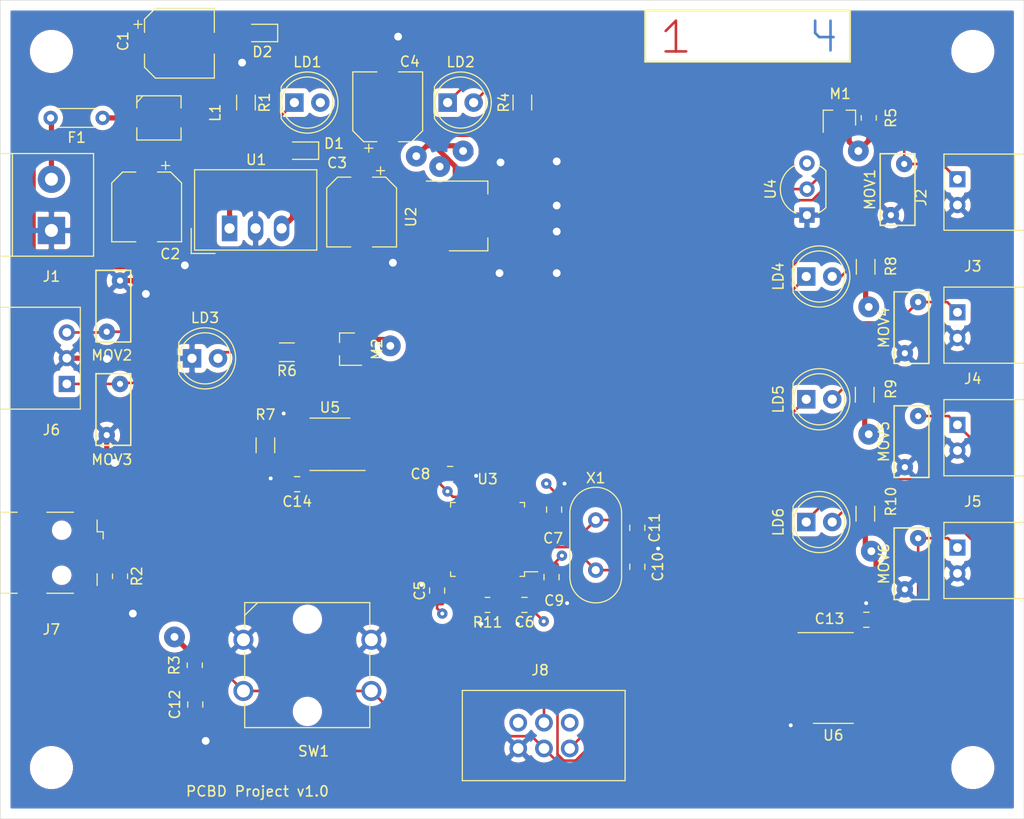
<source format=kicad_pcb>
(kicad_pcb (version 20171130) (host pcbnew "(5.1.9)-1")
  (layers (0 F.Cu signal hide) (1 In1.Cu power hide) (2 In2.Cu power hide) (31 B.Cu signal) (34 B.Paste user) (35 F.Paste user) (36 B.SilkS user) (37 F.SilkS user) (38 B.Mask user) (39 F.Mask user) (44 Edge.Cuts user))
  (net 0 "")
  (net 1 GND)
  (net 2 /Supply/pwr2)
  (net 3 /Supply/pwr3)
  (net 4 /Supply/pwr5)
  (net 5 +3V3)
  (net 6 "Net-(C10-Pad1)")
  (net 7 "Net-(C11-Pad1)")
  (net 8 NRST)
  (net 9 /Supply/pwr4)
  (net 10 V_USB)
  (net 11 /Supply/pwr1)
  (net 12 DQ)
  (net 13 "Net-(J3-Pad1)")
  (net 14 "Net-(J4-Pad1)")
  (net 15 "Net-(J5-Pad1)")
  (net 16 "Net-(J6-Pad3)")
  (net 17 "Net-(J6-Pad1)")
  (net 18 USB_DM)
  (net 19 USB_DP)
  (net 20 "Net-(J7-Pad4)")
  (net 21 "Net-(J8-Pad5)")
  (net 22 SWCLK)
  (net 23 SWDIO)
  (net 24 "Net-(LD1-Pad1)")
  (net 25 "Net-(LD2-Pad1)")
  (net 26 "Net-(LD2-Pad2)")
  (net 27 "Net-(LD3-Pad2)")
  (net 28 "Net-(LD4-Pad1)")
  (net 29 "Net-(LD4-Pad2)")
  (net 30 "Net-(LD5-Pad1)")
  (net 31 "Net-(LD5-Pad2)")
  (net 32 "Net-(LD6-Pad2)")
  (net 33 "Net-(LD6-Pad1)")
  (net 34 GATE)
  (net 35 TX)
  (net 36 "Net-(M2-Pad3)")
  (net 37 "Net-(R11-Pad1)")
  (net 38 "Net-(U3-Pad2)")
  (net 39 "Net-(U3-Pad3)")
  (net 40 "Net-(U3-Pad4)")
  (net 41 "Net-(U3-Pad10)")
  (net 42 "Net-(U3-Pad11)")
  (net 43 RX)
  (net 44 "Net-(U3-Pad14)")
  (net 45 DIR)
  (net 46 "Net-(U3-Pad16)")
  (net 47 "Net-(U3-Pad17)")
  (net 48 "Net-(U3-Pad20)")
  (net 49 "Net-(U3-Pad21)")
  (net 50 "Net-(U3-Pad22)")
  (net 51 "Net-(U3-Pad25)")
  (net 52 "Net-(U3-Pad26)")
  (net 53 "Net-(U3-Pad27)")
  (net 54 "Net-(U3-Pad28)")
  (net 55 FAN1_C)
  (net 56 FAN2_C)
  (net 57 ALARM_C)
  (net 58 "Net-(U3-Pad39)")
  (net 59 "Net-(U3-Pad40)")
  (net 60 "Net-(U3-Pad41)")
  (net 61 "Net-(U3-Pad42)")
  (net 62 "Net-(U3-Pad43)")
  (net 63 "Net-(U3-Pad45)")
  (net 64 "Net-(U3-Pad46)")
  (net 65 "Net-(U4-Pad3)")
  (module PCDB_project:IO3 (layer F.Cu) (at 6.5 37.5 90)
    (fp_text reference J6 (at -4.5 -1.5 180) (layer F.SilkS))
    (fp_text value Comm hide)
    (pad 1 thru_hole rect (at 0 0 90) (size 1.5748 1.5748) (drill 0.8636) (layers *.Cu *.Mask) (net 17 "Net-(J6-Pad1)"))
    (pad 2 thru_hole circle (at 2.5146 0 90) (size 1.5748 1.5748) (drill 0.8636) (layers *.Cu *.Mask) (net 1 GND))
    (pad 3 thru_hole circle (at 5.0292 0 90) (size 1.5748 1.5748) (drill 0.8636) (layers *.Cu *.Mask) (net 16 "Net-(J6-Pad3)"))
  )
  (module Package_SO:SOIC-14_3.9x8.7mm_P1.27mm (layer F.Cu) (at 81.376 66.244)
    (fp_text reference U6 (at 0 5.6) (layer F.SilkS))
    (fp_text value MC74LCX07 hide)
    (pad 1 smd roundrect (at -2.475 -3.81) (size 1.95 0.6) (layers F.Cu F.Paste F.Mask) (net 55 FAN1_C))
    (pad 2 smd roundrect (at -2.475 -2.54) (size 1.95 0.6) (layers F.Cu F.Paste F.Mask) (net 28 "Net-(LD4-Pad1)"))
    (pad 3 smd roundrect (at -2.475 -1.27) (size 1.95 0.6) (layers F.Cu F.Paste F.Mask) (net 55 FAN1_C))
    (pad 4 smd roundrect (at -2.475 0) (size 1.95 0.6) (layers F.Cu F.Paste F.Mask) (net 13 "Net-(J3-Pad1)"))
    (pad 5 smd roundrect (at -2.475 1.27) (size 1.95 0.6) (layers F.Cu F.Paste F.Mask) (net 56 FAN2_C))
    (pad 6 smd roundrect (at -2.475 2.54) (size 1.95 0.6) (layers F.Cu F.Paste F.Mask) (net 30 "Net-(LD5-Pad1)"))
    (pad 7 smd roundrect (at -2.475 3.81) (size 1.95 0.6) (layers F.Cu F.Paste F.Mask) (net 1 GND))
    (pad 8 smd roundrect (at 2.475 3.81) (size 1.95 0.6) (layers F.Cu F.Paste F.Mask) (net 14 "Net-(J4-Pad1)"))
    (pad 9 smd roundrect (at 2.475 2.54) (size 1.95 0.6) (layers F.Cu F.Paste F.Mask) (net 56 FAN2_C))
    (pad 10 smd roundrect (at 2.475 1.27) (size 1.95 0.6) (layers F.Cu F.Paste F.Mask) (net 33 "Net-(LD6-Pad1)"))
    (pad 11 smd roundrect (at 2.475 0) (size 1.95 0.6) (layers F.Cu F.Paste F.Mask) (net 57 ALARM_C))
    (pad 12 smd roundrect (at 2.475 -1.27) (size 1.95 0.6) (layers F.Cu F.Paste F.Mask) (net 15 "Net-(J5-Pad1)"))
    (pad 13 smd roundrect (at 2.475 -2.54) (size 1.95 0.6) (layers F.Cu F.Paste F.Mask) (net 57 ALARM_C))
    (pad 14 smd roundrect (at 2.475 -3.81) (size 1.95 0.6) (layers F.Cu F.Paste F.Mask) (net 5 +3V3))
  )
  (module Varistor:RV_Disc_D7mm_W3.4mm_P5mm (layer F.Cu) (at 89.662 40.64 270)
    (fp_text reference MOV5 (at 2.5 3.35 90) (layer F.SilkS))
    (fp_text value MCFT000215 hide)
    (pad 1 thru_hole circle (at 0 0 270) (size 1.6 1.6) (drill 0.6) (layers *.Cu *.Mask) (net 14 "Net-(J4-Pad1)"))
    (pad 2 thru_hole circle (at 5 1.3 270) (size 1.6 1.6) (drill 0.6) (layers *.Cu *.Mask) (net 1 GND))
  )
  (module Capacitor_SMD:C_0805_2012Metric (layer F.Cu) (at 84.6 60.552 180)
    (fp_text reference C13 (at 3.6 0.1) (layer F.SilkS))
    (fp_text value 100nF)
    (pad 1 smd roundrect (at -0.95 0 180) (size 1 1.45) (layers F.Cu F.Paste F.Mask) (net 5 +3V3))
    (pad 2 smd roundrect (at 0.95 0 180) (size 1 1.45) (layers F.Cu F.Paste F.Mask) (net 1 GND))
  )
  (module Resistor_SMD:R_0805_2012Metric (layer F.Cu) (at 84.836 11.5 270)
    (fp_text reference R5 (at 0 -2.164 90) (layer F.SilkS))
    (fp_text value 4k7)
    (pad 2 smd roundrect (at 0.9125 0 270) (size 1.025 1.4) (layers F.Cu F.Paste F.Mask) (roundrect_rratio 0.2439014634146341) (net 5 +3V3))
    (pad 1 smd roundrect (at -0.9125 0 270) (size 1.025 1.4) (layers F.Cu F.Paste F.Mask) (roundrect_rratio 0.2439014634146341) (net 12 DQ))
  )
  (module PCDB_project:Debug (layer F.Cu) (at 55.626 70.612 180)
    (fp_text reference J8 (at 2.8956 5.1308) (layer F.SilkS))
    (fp_text value Debug hide)
    (pad 5 thru_hole circle (at 5.0292 0 180) (size 1.7272 1.7272) (drill 1.0414) (layers *.Cu *.Mask) (net 21 "Net-(J8-Pad5)"))
    (pad 2 thru_hole circle (at 0 -2.5146 180) (size 1.7272 1.7272) (drill 1.0414) (layers *.Cu *.Mask) (net 22 SWCLK))
    (pad 6 thru_hole circle (at 5.0292 -2.5146 180) (size 1.7272 1.7272) (drill 1.0414) (layers *.Cu *.Mask) (net 1 GND))
    (pad 3 thru_hole circle (at 2.5146 0 180) (size 1.7272 1.7272) (drill 1.0414) (layers *.Cu *.Mask) (net 23 SWDIO))
    (pad 4 thru_hole circle (at 2.5146 -2.5146 180) (size 1.7272 1.7272) (drill 1.0414) (layers *.Cu *.Mask) (net 8 NRST))
    (pad 1 thru_hole circle (at 0 0 180) (size 1.7272 1.7272) (drill 1.0414) (layers *.Cu *.Mask) (net 5 +3V3))
  )
  (module Crystal:Crystal_HC18-U_Vertical (layer F.Cu) (at 58.166 55.7 90)
    (fp_text reference X1 (at 9 0 180) (layer F.SilkS))
    (fp_text value 8MHz hide)
    (pad 1 thru_hole circle (at 0 0 90) (size 1.5 1.5) (drill 0.8) (layers *.Cu *.Mask) (net 6 "Net-(C10-Pad1)"))
    (pad 2 thru_hole circle (at 4.9 0 90) (size 1.5 1.5) (drill 0.8) (layers *.Cu *.Mask) (net 7 "Net-(C11-Pad1)"))
  )
  (module Fiducial:Fiducial_1mm_Mask3mm (layer F.Cu) (at 90 10)
    (fp_text reference FD3 hide)
    (fp_text value Fiducial_1mm_Mask3mm hide)
    (pad "" smd circle (at 0 0) (size 1 1) (layers F.Cu F.Mask) (clearance 1))
  )
  (module Fiducial:Fiducial_1mm_Mask3mm (layer F.Cu) (at 90 70)
    (fp_text reference FD2 hide)
    (fp_text value Fiducial_1mm_Mask3mm hide)
    (pad "" smd circle (at 0 0) (size 1 1) (layers F.Cu F.Mask) (clearance 1))
  )
  (module Fiducial:Fiducial_1mm_Mask3mm (layer F.Cu) (at 10 70)
    (fp_text reference FD1 hide)
    (fp_text value Fiducial_1mm_Mask3mm hide)
    (pad "" smd circle (at 0 0) (size 1 1) (layers F.Cu F.Mask) (clearance 1))
  )
  (module MountingHole:MountingHole_3.2mm_M3 (layer F.Cu) (at 95 5)
    (fp_text reference H2 hide)
    (fp_text value MountingHole_3.2mm_M3 hide)
    (pad 1 np_thru_hole circle (at 0 0) (size 3.2 3.2) (drill 3.2) (layers *.Cu *.Mask))
  )
  (module MountingHole:MountingHole_3.2mm_M3 (layer F.Cu) (at 95 75)
    (fp_text reference H4 hide)
    (fp_text value MountingHole_3.2mm_M3 hide)
    (pad 1 np_thru_hole circle (at 0 0) (size 3.2 3.2) (drill 3.2) (layers *.Cu *.Mask))
  )
  (module MountingHole:MountingHole_3.2mm_M3 (layer F.Cu) (at 5 75)
    (fp_text reference H3 hide)
    (fp_text value MountingHole_3.2mm_M3 hide)
    (pad 1 np_thru_hole circle (at 0 0) (size 3.2 3.2) (drill 3.2) (layers *.Cu *.Mask))
  )
  (module MountingHole:MountingHole_3.2mm_M3 (layer F.Cu) (at 5 5)
    (fp_text reference H1 hide)
    (fp_text value MountingHole_3.2mm_M3 hide)
    (pad 1 np_thru_hole circle (at 0 0) (size 3.2 3.2) (drill 3.2) (layers *.Cu *.Mask))
  )
  (module Capacitor_SMD:CP_Elec_6.3x5.8 (layer F.Cu) (at 17.5 4.2)
    (fp_text reference C1 (at -5.5 -0.2 90) (layer F.SilkS))
    (fp_text value 10uF)
    (pad 2 smd roundrect (at 2.7 0) (size 3.5 1.6) (layers F.Cu F.Paste F.Mask) (roundrect_rratio 0.15625) (net 1 GND))
    (pad 1 smd roundrect (at -2.7 0) (size 3.5 1.6) (layers F.Cu F.Paste F.Mask) (roundrect_rratio 0.15625) (net 2 /Supply/pwr2))
  )
  (module Capacitor_SMD:CP_Elec_6.3x5.8 (layer F.Cu) (at 14.3 20.2 270)
    (fp_text reference C2 (at 4.6 -2.3 180) (layer F.SilkS))
    (fp_text value 10uF)
    (pad 2 smd roundrect (at 2.7 0 270) (size 3.5 1.6) (layers F.Cu F.Paste F.Mask) (roundrect_rratio 0.15625) (net 1 GND))
    (pad 1 smd roundrect (at -2.7 0 270) (size 3.5 1.6) (layers F.Cu F.Paste F.Mask) (roundrect_rratio 0.15625) (net 3 /Supply/pwr3))
  )
  (module Capacitor_SMD:CP_Elec_6.3x5.8 (layer F.Cu) (at 35.3 20.7 270)
    (fp_text reference C3 (at -4.8 2.4 180) (layer F.SilkS))
    (fp_text value 10uF)
    (pad 1 smd roundrect (at -2.7 0 270) (size 3.5 1.6) (layers F.Cu F.Paste F.Mask) (roundrect_rratio 0.15625) (net 4 /Supply/pwr5))
    (pad 2 smd roundrect (at 2.7 0 270) (size 3.5 1.6) (layers F.Cu F.Paste F.Mask) (roundrect_rratio 0.15625) (net 1 GND))
  )
  (module Capacitor_SMD:CP_Elec_6.3x5.8 (layer F.Cu) (at 37.846 10.414 90)
    (fp_text reference C4 (at 4.414 2.154 180) (layer F.SilkS))
    (fp_text value 10uF)
    (pad 1 smd roundrect (at -2.7 0 90) (size 3.5 1.6) (layers F.Cu F.Paste F.Mask) (roundrect_rratio 0.15625) (net 5 +3V3))
    (pad 2 smd roundrect (at 2.7 0 90) (size 3.5 1.6) (layers F.Cu F.Paste F.Mask) (roundrect_rratio 0.15625) (net 1 GND))
  )
  (module Capacitor_SMD:C_0805_2012Metric (layer F.Cu) (at 42.672 57.7 90)
    (fp_text reference C5 (at 0 -1.7 90) (layer F.SilkS))
    (fp_text value 100nF)
    (pad 2 smd roundrect (at 0.95 0 90) (size 1 1.45) (layers F.Cu F.Paste F.Mask) (net 1 GND))
    (pad 1 smd roundrect (at -0.95 0 90) (size 1 1.45) (layers F.Cu F.Paste F.Mask) (net 5 +3V3))
  )
  (module Capacitor_SMD:C_0805_2012Metric (layer F.Cu) (at 51.2 59.1 180)
    (fp_text reference C6 (at 0 -1.68) (layer F.SilkS))
    (fp_text value 100nF)
    (pad 1 smd roundrect (at -0.95 0 180) (size 1 1.45) (layers F.Cu F.Paste F.Mask) (net 5 +3V3))
    (pad 2 smd roundrect (at 0.95 0 180) (size 1 1.45) (layers F.Cu F.Paste F.Mask) (net 1 GND))
  )
  (module Capacitor_SMD:C_0805_2012Metric (layer F.Cu) (at 54.102 49.784 270)
    (fp_text reference C7 (at 2.8 0.1) (layer F.SilkS))
    (fp_text value 100nF)
    (pad 1 smd roundrect (at -0.95 0 270) (size 1 1.45) (layers F.Cu F.Paste F.Mask) (net 5 +3V3))
    (pad 2 smd roundrect (at 0.95 0 270) (size 1 1.45) (layers F.Cu F.Paste F.Mask) (net 1 GND))
  )
  (module Capacitor_SMD:C_0805_2012Metric (layer F.Cu) (at 43.942 46.3)
    (fp_text reference C8 (at -2.9 0) (layer F.SilkS))
    (fp_text value 100nF)
    (pad 2 smd roundrect (at 0.95 0) (size 1 1.45) (layers F.Cu F.Paste F.Mask) (net 1 GND))
    (pad 1 smd roundrect (at -0.95 0) (size 1 1.45) (layers F.Cu F.Paste F.Mask) (net 5 +3V3))
  )
  (module Capacitor_SMD:C_0805_2012Metric (layer F.Cu) (at 53.848 56.388 270)
    (fp_text reference C9 (at 2.286 -0.254 180) (layer F.SilkS))
    (fp_text value 100nF)
    (pad 1 smd roundrect (at -0.95 0 270) (size 1 1.45) (layers F.Cu F.Paste F.Mask) (net 5 +3V3))
    (pad 2 smd roundrect (at 0.95 0 270) (size 1 1.45) (layers F.Cu F.Paste F.Mask) (net 1 GND))
  )
  (module Capacitor_SMD:C_0805_2012Metric (layer F.Cu) (at 62.23 55.372 90)
    (fp_text reference C10 (at 0 2 90) (layer F.SilkS))
    (fp_text value 20pF)
    (pad 2 smd roundrect (at 0.95 0 90) (size 1 1.45) (layers F.Cu F.Paste F.Mask) (net 1 GND))
    (pad 1 smd roundrect (at -0.95 0 90) (size 1 1.45) (layers F.Cu F.Paste F.Mask) (net 6 "Net-(C10-Pad1)"))
  )
  (module Capacitor_SMD:C_0805_2012Metric (layer F.Cu) (at 62.23 51.562 270)
    (fp_text reference C11 (at 0 -1.68 90) (layer F.SilkS))
    (fp_text value 20pF)
    (pad 1 smd roundrect (at -0.95 0 270) (size 1 1.45) (layers F.Cu F.Paste F.Mask) (net 7 "Net-(C11-Pad1)"))
    (pad 2 smd roundrect (at 0.95 0 270) (size 1 1.45) (layers F.Cu F.Paste F.Mask) (net 1 GND))
  )
  (module Capacitor_SMD:C_0805_2012Metric (layer F.Cu) (at 19.05 68.834 270)
    (fp_text reference C12 (at 0 2 90) (layer F.SilkS))
    (fp_text value 100nF)
    (pad 2 smd roundrect (at 0.95 0 270) (size 1 1.45) (layers F.Cu F.Paste F.Mask) (net 1 GND))
    (pad 1 smd roundrect (at -0.95 0 270) (size 1 1.45) (layers F.Cu F.Paste F.Mask) (net 8 NRST))
  )
  (module Capacitor_SMD:C_0805_2012Metric (layer F.Cu) (at 29 47.3 180)
    (fp_text reference C14 (at 0 -1.7) (layer F.SilkS))
    (fp_text value 100nF)
    (pad 2 smd roundrect (at 0.95 0 180) (size 1 1.45) (layers F.Cu F.Paste F.Mask) (net 1 GND))
    (pad 1 smd roundrect (at -0.95 0 180) (size 1 1.45) (layers F.Cu F.Paste F.Mask) (net 5 +3V3))
  )
  (module Diode_SMD:D_SOD-323 (layer F.Cu) (at 29.6 14.7 180)
    (fp_text reference D1 (at -3 0.7) (layer F.SilkS))
    (fp_text value BAT60J hide)
    (pad 1 smd rect (at -1.05 0 180) (size 0.6 0.45) (layers F.Cu F.Paste F.Mask) (net 4 /Supply/pwr5))
    (pad 2 smd rect (at 1.05 0 180) (size 0.6 0.45) (layers F.Cu F.Paste F.Mask) (net 9 /Supply/pwr4))
  )
  (module Diode_SMD:D_SOD-323 (layer F.Cu) (at 25.6 3.2 180)
    (fp_text reference D2 (at 0 -1.85) (layer F.SilkS))
    (fp_text value BAT60J hide)
    (pad 2 smd rect (at 1.05 0 180) (size 0.6 0.45) (layers F.Cu F.Paste F.Mask) (net 10 V_USB))
    (pad 1 smd rect (at -1.05 0 180) (size 0.6 0.45) (layers F.Cu F.Paste F.Mask) (net 4 /Supply/pwr5))
  )
  (module Resistor_THT:R_Axial_DIN0204_L3.6mm_D1.6mm_P5.08mm_Horizontal (layer F.Cu) (at 10 11.5 180)
    (fp_text reference F1 (at 2.54 -1.92) (layer F.SilkS))
    (fp_text value 250mA hide)
    (pad 1 thru_hole circle (at 0 0 180) (size 1.4 1.4) (drill 0.7) (layers *.Cu *.Mask) (net 2 /Supply/pwr2))
    (pad 2 thru_hole oval (at 5.08 0 180) (size 1.4 1.4) (drill 0.7) (layers *.Cu *.Mask) (net 11 /Supply/pwr1))
  )
  (module PCDB_project:Power (layer F.Cu) (at 5 22.5 90)
    (fp_text reference J1 (at -4.5 0 180) (layer F.SilkS))
    (fp_text value Power hide)
    (pad 2 thru_hole circle (at 5.0038 0 90) (size 2.667 2.667) (drill 1.27) (layers *.Cu *.Mask) (net 11 /Supply/pwr1))
    (pad 1 thru_hole rect (at 0 0 90) (size 2.667 2.667) (drill 1.27) (layers *.Cu *.Mask) (net 1 GND))
  )
  (module PCDB_project:IO2 (layer F.Cu) (at 93.5 17.5 270)
    (fp_text reference J2 (at 1.778 3.548 90) (layer F.SilkS))
    (fp_text value 22-05-7025 hide)
    (pad 2 thru_hole circle (at 2.5146 0 270) (size 1.5748 1.5748) (drill 0.8636) (layers *.Cu *.Mask) (net 1 GND))
    (pad 1 thru_hole rect (at 0 0 270) (size 1.5748 1.5748) (drill 0.8636) (layers *.Cu *.Mask) (net 12 DQ))
  )
  (module PCDB_project:IO2 (layer F.Cu) (at 93.5 30.5 270)
    (fp_text reference J3 (at -4.5 -1.5 180) (layer F.SilkS))
    (fp_text value 22-05-7025 hide)
    (pad 1 thru_hole rect (at 0 0 270) (size 1.5748 1.5748) (drill 0.8636) (layers *.Cu *.Mask) (net 13 "Net-(J3-Pad1)"))
    (pad 2 thru_hole circle (at 2.5146 0 270) (size 1.5748 1.5748) (drill 0.8636) (layers *.Cu *.Mask) (net 1 GND))
  )
  (module PCDB_project:IO2 (layer F.Cu) (at 93.5 41.5 270)
    (fp_text reference J4 (at -4.5 -1.5 180) (layer F.SilkS))
    (fp_text value 22-05-7025 hide)
    (pad 2 thru_hole circle (at 2.5146 0 270) (size 1.5748 1.5748) (drill 0.8636) (layers *.Cu *.Mask) (net 1 GND))
    (pad 1 thru_hole rect (at 0 0 270) (size 1.5748 1.5748) (drill 0.8636) (layers *.Cu *.Mask) (net 14 "Net-(J4-Pad1)"))
  )
  (module PCDB_project:IO2 (layer F.Cu) (at 93.5 53.5 270)
    (fp_text reference J5 (at -4.5 -1.5 180) (layer F.SilkS))
    (fp_text value 22-05-7025 hide)
    (pad 1 thru_hole rect (at 0 0 270) (size 1.5748 1.5748) (drill 0.8636) (layers *.Cu *.Mask) (net 15 "Net-(J5-Pad1)"))
    (pad 2 thru_hole circle (at 2.5146 0 270) (size 1.5748 1.5748) (drill 0.8636) (layers *.Cu *.Mask) (net 1 GND))
  )
  (module Connector_USB:USB_Mini-B_Wuerth_65100516121_Horizontal (layer F.Cu) (at 6 54 270)
    (fp_text reference J7 (at 7.5 1 180) (layer F.SilkS))
    (fp_text value USB_B_Mini hide)
    (pad 6 smd rect (at -4.4 2.9 270) (size 2 2.5) (layers F.Cu F.Paste F.Mask) (net 1 GND))
    (pad 6 smd rect (at 4.4 2.9 270) (size 2 2.5) (layers F.Cu F.Paste F.Mask) (net 1 GND))
    (pad 6 smd rect (at -4.4 -2.6 270) (size 2 2.5) (layers F.Cu F.Paste F.Mask) (net 1 GND))
    (pad 6 smd rect (at 4.4 -2.6 270) (size 2 2.5) (layers F.Cu F.Paste F.Mask) (net 1 GND))
    (pad 1 smd rect (at -1.6 -2.6 270) (size 0.5 2.5) (layers F.Cu F.Paste F.Mask) (net 10 V_USB))
    (pad 2 smd rect (at -0.8 -2.6 270) (size 0.5 2.5) (layers F.Cu F.Paste F.Mask) (net 18 USB_DM))
    (pad 3 smd rect (at 0 -2.6 270) (size 0.5 2.5) (layers F.Cu F.Paste F.Mask) (net 19 USB_DP))
    (pad 4 smd rect (at 0.8 -2.6 270) (size 0.5 2.5) (layers F.Cu F.Paste F.Mask) (net 20 "Net-(J7-Pad4)"))
    (pad 5 smd rect (at 1.6 -2.6 270) (size 0.5 2.5) (layers F.Cu F.Paste F.Mask) (net 1 GND))
    (pad "" np_thru_hole circle (at -2.2 0 270) (size 0.9 0.9) (drill 0.9) (layers *.Cu *.Mask))
    (pad "" np_thru_hole circle (at 2.2 0 270) (size 0.9 0.9) (drill 0.9) (layers *.Cu *.Mask))
  )
  (module PCDB_project:tck141 (layer F.Cu) (at 15.5 11.5)
    (fp_text reference L1 (at 5.5 -0.5 90) (layer F.SilkS))
    (fp_text value 5.6uH)
    (pad 1 smd rect (at -2.032 -0.0254) (size 1.905 1.4986) (layers F.Cu F.Paste F.Mask) (net 2 /Supply/pwr2))
    (pad 2 smd rect (at 2.032 0.0254) (size 1.905 1.4986) (layers F.Cu F.Paste F.Mask) (net 3 /Supply/pwr3))
  )
  (module LED_THT:LED_D5.0mm (layer F.Cu) (at 28.73 10)
    (fp_text reference LD1 (at 1.27 -3.96) (layer F.SilkS))
    (fp_text value Red)
    (pad 2 thru_hole circle (at 2.54 0) (size 1.8 1.8) (drill 0.9) (layers *.Cu *.Mask) (net 5 +3V3))
    (pad 1 thru_hole rect (at 0 0) (size 1.8 1.8) (drill 0.9) (layers *.Cu *.Mask) (net 24 "Net-(LD1-Pad1)"))
  )
  (module LED_THT:LED_D5.0mm (layer F.Cu) (at 43.7 10)
    (fp_text reference LD2 (at 1.27 -3.96) (layer F.SilkS))
    (fp_text value YELLOW)
    (pad 1 thru_hole rect (at 0 0) (size 1.8 1.8) (drill 0.9) (layers *.Cu *.Mask) (net 25 "Net-(LD2-Pad1)"))
    (pad 2 thru_hole circle (at 2.54 0) (size 1.8 1.8) (drill 0.9) (layers *.Cu *.Mask) (net 26 "Net-(LD2-Pad2)"))
  )
  (module LED_THT:LED_D5.0mm (layer F.Cu) (at 18.73 35)
    (fp_text reference LD3 (at 1.27 -3.96) (layer F.SilkS))
    (fp_text value Green)
    (pad 2 thru_hole circle (at 2.54 0) (size 1.8 1.8) (drill 0.9) (layers *.Cu *.Mask) (net 27 "Net-(LD3-Pad2)"))
    (pad 1 thru_hole rect (at 0 0) (size 1.8 1.8) (drill 0.9) (layers *.Cu *.Mask) (net 1 GND))
  )
  (module LED_THT:LED_D5.0mm (layer F.Cu) (at 78.73 27)
    (fp_text reference LD4 (at -2.73 0 90) (layer F.SilkS))
    (fp_text value Yellow)
    (pad 1 thru_hole rect (at 0 0) (size 1.8 1.8) (drill 0.9) (layers *.Cu *.Mask) (net 28 "Net-(LD4-Pad1)"))
    (pad 2 thru_hole circle (at 2.54 0) (size 1.8 1.8) (drill 0.9) (layers *.Cu *.Mask) (net 29 "Net-(LD4-Pad2)"))
  )
  (module LED_THT:LED_D5.0mm (layer F.Cu) (at 78.73 39)
    (fp_text reference LD5 (at -2.73 0 90) (layer F.SilkS))
    (fp_text value Yellow)
    (pad 1 thru_hole rect (at 0 0) (size 1.8 1.8) (drill 0.9) (layers *.Cu *.Mask) (net 30 "Net-(LD5-Pad1)"))
    (pad 2 thru_hole circle (at 2.54 0) (size 1.8 1.8) (drill 0.9) (layers *.Cu *.Mask) (net 31 "Net-(LD5-Pad2)"))
  )
  (module LED_THT:LED_D5.0mm (layer F.Cu) (at 78.73 51)
    (fp_text reference LD6 (at -2.73 0 90) (layer F.SilkS))
    (fp_text value Red)
    (pad 2 thru_hole circle (at 2.54 0) (size 1.8 1.8) (drill 0.9) (layers *.Cu *.Mask) (net 32 "Net-(LD6-Pad2)"))
    (pad 1 thru_hole rect (at 0 0) (size 1.8 1.8) (drill 0.9) (layers *.Cu *.Mask) (net 33 "Net-(LD6-Pad1)"))
  )
  (module Package_TO_SOT_SMD:SOT-23 (layer F.Cu) (at 81.968 11.5 90)
    (fp_text reference M1 (at 2.356 0.074 180) (layer F.SilkS))
    (fp_text value BSS84 hide)
    (pad 3 smd rect (at 1 0 90) (size 0.9 0.8) (layers F.Cu F.Paste F.Mask) (net 12 DQ))
    (pad 2 smd rect (at -1 0.95 90) (size 0.9 0.8) (layers F.Cu F.Paste F.Mask) (net 5 +3V3))
    (pad 1 smd rect (at -1 -0.95 90) (size 0.9 0.8) (layers F.Cu F.Paste F.Mask) (net 34 GATE))
  )
  (module Package_TO_SOT_SMD:SOT-23 (layer F.Cu) (at 33.9 34.1 180)
    (fp_text reference M2 (at -2.9 0 90) (layer F.SilkS))
    (fp_text value BSS84 hide)
    (pad 1 smd rect (at -1 -0.95 180) (size 0.9 0.8) (layers F.Cu F.Paste F.Mask) (net 35 TX))
    (pad 2 smd rect (at -1 0.95 180) (size 0.9 0.8) (layers F.Cu F.Paste F.Mask) (net 5 +3V3))
    (pad 3 smd rect (at 1 0 180) (size 0.9 0.8) (layers F.Cu F.Paste F.Mask) (net 36 "Net-(M2-Pad3)"))
  )
  (module Varistor:RV_Disc_D7mm_W3.4mm_P5mm (layer F.Cu) (at 88.3 16 270)
    (fp_text reference MOV1 (at 2.5 3.35 90) (layer F.SilkS))
    (fp_text value MCFT000215 hide)
    (pad 2 thru_hole circle (at 5 1.3 270) (size 1.6 1.6) (drill 0.6) (layers *.Cu *.Mask) (net 1 GND))
    (pad 1 thru_hole circle (at 0 0 270) (size 1.6 1.6) (drill 0.6) (layers *.Cu *.Mask) (net 12 DQ))
  )
  (module Varistor:RV_Disc_D7mm_W3.4mm_P5mm (layer F.Cu) (at 10.4 32.4 90)
    (fp_text reference MOV2 (at -2.3 0.5 180) (layer F.SilkS))
    (fp_text value MCFT000215 hide)
    (pad 1 thru_hole circle (at 0 0 90) (size 1.6 1.6) (drill 0.6) (layers *.Cu *.Mask) (net 16 "Net-(J6-Pad3)"))
    (pad 2 thru_hole circle (at 5 1.3 90) (size 1.6 1.6) (drill 0.6) (layers *.Cu *.Mask) (net 1 GND))
  )
  (module Varistor:RV_Disc_D7mm_W3.4mm_P5mm (layer F.Cu) (at 11.7 37.5 270)
    (fp_text reference MOV3 (at 7.4 0.8 180) (layer F.SilkS))
    (fp_text value MCFT000215 hide)
    (pad 2 thru_hole circle (at 5 1.3 270) (size 1.6 1.6) (drill 0.6) (layers *.Cu *.Mask) (net 1 GND))
    (pad 1 thru_hole circle (at 0 0 270) (size 1.6 1.6) (drill 0.6) (layers *.Cu *.Mask) (net 17 "Net-(J6-Pad1)"))
  )
  (module Varistor:RV_Disc_D7mm_W3.4mm_P5mm (layer F.Cu) (at 89.662 29.5 270)
    (fp_text reference MOV4 (at 2.5 3.35 90) (layer F.SilkS))
    (fp_text value MCFT000215)
    (pad 1 thru_hole circle (at 0 0 270) (size 1.6 1.6) (drill 0.6) (layers *.Cu *.Mask) (net 13 "Net-(J3-Pad1)"))
    (pad 2 thru_hole circle (at 5 1.3 270) (size 1.6 1.6) (drill 0.6) (layers *.Cu *.Mask) (net 1 GND))
  )
  (module Varistor:RV_Disc_D7mm_W3.4mm_P5mm (layer F.Cu) (at 89.662 52.578 270)
    (fp_text reference MOV6 (at 2.5 3.35 90) (layer F.SilkS))
    (fp_text value MCFT000215 hide)
    (pad 2 thru_hole circle (at 5 1.3 270) (size 1.6 1.6) (drill 0.6) (layers *.Cu *.Mask) (net 1 GND))
    (pad 1 thru_hole circle (at 0 0 270) (size 1.6 1.6) (drill 0.6) (layers *.Cu *.Mask) (net 15 "Net-(J5-Pad1)"))
  )
  (module Resistor_SMD:R_1206_3216Metric (layer F.Cu) (at 24 10 270)
    (fp_text reference R1 (at 0 -1.82 90) (layer F.SilkS))
    (fp_text value 330R)
    (pad 1 smd roundrect (at -1.4625 0 270) (size 1.125 1.75) (layers F.Cu F.Paste F.Mask) (roundrect_rratio 0.2222213333333333) (net 1 GND))
    (pad 2 smd roundrect (at 1.4625 0 270) (size 1.125 1.75) (layers F.Cu F.Paste F.Mask) (roundrect_rratio 0.2222213333333333) (net 24 "Net-(LD1-Pad1)"))
  )
  (module Resistor_SMD:R_0805_2012Metric (layer F.Cu) (at 11.7 56.3 270)
    (fp_text reference R2 (at 0 -1.65 90) (layer F.SilkS))
    (fp_text value 100k)
    (pad 1 smd roundrect (at -0.9125 0 270) (size 1.025 1.4) (layers F.Cu F.Paste F.Mask) (roundrect_rratio 0.2439014634146341) (net 20 "Net-(J7-Pad4)"))
    (pad 2 smd roundrect (at 0.9125 0 270) (size 1.025 1.4) (layers F.Cu F.Paste F.Mask) (roundrect_rratio 0.2439014634146341) (net 1 GND))
  )
  (module Resistor_SMD:R_0805_2012Metric (layer F.Cu) (at 19 65 270)
    (fp_text reference R3 (at 0 2 90) (layer F.SilkS))
    (fp_text value 4k7)
    (pad 1 smd roundrect (at -0.9125 0 270) (size 1.025 1.4) (layers F.Cu F.Paste F.Mask) (roundrect_rratio 0.2439014634146341) (net 5 +3V3))
    (pad 2 smd roundrect (at 0.9125 0 270) (size 1.025 1.4) (layers F.Cu F.Paste F.Mask) (roundrect_rratio 0.2439014634146341) (net 8 NRST))
  )
  (module Resistor_SMD:R_1206_3216Metric (layer F.Cu) (at 51 10 90)
    (fp_text reference R4 (at 0 -1.82 90) (layer F.SilkS))
    (fp_text value 330R)
    (pad 2 smd roundrect (at 1.4625 0 90) (size 1.125 1.75) (layers F.Cu F.Paste F.Mask) (roundrect_rratio 0.2222213333333333) (net 26 "Net-(LD2-Pad2)"))
    (pad 1 smd roundrect (at -1.4625 0 90) (size 1.125 1.75) (layers F.Cu F.Paste F.Mask) (roundrect_rratio 0.2222213333333333) (net 5 +3V3))
  )
  (module Resistor_SMD:R_1206_3216Metric (layer F.Cu) (at 28 34.4 180)
    (fp_text reference R6 (at 0 -1.82) (layer F.SilkS))
    (fp_text value 330R)
    (pad 2 smd roundrect (at 1.4625 0 180) (size 1.125 1.75) (layers F.Cu F.Paste F.Mask) (roundrect_rratio 0.2222213333333333) (net 27 "Net-(LD3-Pad2)"))
    (pad 1 smd roundrect (at -1.4625 0 180) (size 1.125 1.75) (layers F.Cu F.Paste F.Mask) (roundrect_rratio 0.2222213333333333) (net 36 "Net-(M2-Pad3)"))
  )
  (module Resistor_SMD:R_1206_3216Metric (layer F.Cu) (at 25.9 43.5 90)
    (fp_text reference R7 (at 3 0 180) (layer F.SilkS))
    (fp_text value 120R)
    (pad 1 smd roundrect (at -1.4625 0 90) (size 1.125 1.75) (layers F.Cu F.Paste F.Mask) (roundrect_rratio 0.2222213333333333) (net 17 "Net-(J6-Pad1)"))
    (pad 2 smd roundrect (at 1.4625 0 90) (size 1.125 1.75) (layers F.Cu F.Paste F.Mask) (roundrect_rratio 0.2222213333333333) (net 16 "Net-(J6-Pad3)"))
  )
  (module Resistor_SMD:R_1206_3216Metric (layer F.Cu) (at 84.532 26.056 90)
    (fp_text reference R8 (at 0.056 2.468 90) (layer F.SilkS))
    (fp_text value 330R)
    (pad 1 smd roundrect (at -1.4625 0 90) (size 1.125 1.75) (layers F.Cu F.Paste F.Mask) (roundrect_rratio 0.2222213333333333) (net 5 +3V3))
    (pad 2 smd roundrect (at 1.4625 0 90) (size 1.125 1.75) (layers F.Cu F.Paste F.Mask) (roundrect_rratio 0.2222213333333333) (net 29 "Net-(LD4-Pad2)"))
  )
  (module Resistor_SMD:R_1206_3216Metric (layer F.Cu) (at 84.44 38.556 90)
    (fp_text reference R9 (at 0.556 2.56 90) (layer F.SilkS))
    (fp_text value 330R)
    (pad 2 smd roundrect (at 1.4625 0 90) (size 1.125 1.75) (layers F.Cu F.Paste F.Mask) (roundrect_rratio 0.2222213333333333) (net 31 "Net-(LD5-Pad2)"))
    (pad 1 smd roundrect (at -1.4625 0 90) (size 1.125 1.75) (layers F.Cu F.Paste F.Mask) (roundrect_rratio 0.2222213333333333) (net 5 +3V3))
  )
  (module Resistor_SMD:R_1206_3216Metric (layer F.Cu) (at 84.502 50.186 90)
    (fp_text reference R10 (at 1.186 2.498 90) (layer F.SilkS))
    (fp_text value 330R)
    (pad 1 smd roundrect (at -1.4625 0 90) (size 1.125 1.75) (layers F.Cu F.Paste F.Mask) (roundrect_rratio 0.2222213333333333) (net 5 +3V3))
    (pad 2 smd roundrect (at 1.4625 0 90) (size 1.125 1.75) (layers F.Cu F.Paste F.Mask) (roundrect_rratio 0.2222213333333333) (net 32 "Net-(LD6-Pad2)"))
  )
  (module Resistor_SMD:R_0805_2012Metric (layer F.Cu) (at 47.6 59.1 180)
    (fp_text reference R11 (at 0 -1.7) (layer F.SilkS))
    (fp_text value 100k)
    (pad 2 smd roundrect (at 0.9125 0 180) (size 1.025 1.4) (layers F.Cu F.Paste F.Mask) (roundrect_rratio 0.2439014634146341) (net 1 GND))
    (pad 1 smd roundrect (at -0.9125 0 180) (size 1.025 1.4) (layers F.Cu F.Paste F.Mask) (roundrect_rratio 0.2439014634146341) (net 37 "Net-(R11-Pad1)"))
  )
  (module PCDB_project:B3F-4000 (layer F.Cu) (at 23.7516 62.5066)
    (fp_text reference SW1 (at 6.858 10.8966) (layer F.SilkS))
    (fp_text value Reset hide)
    (pad 2 thru_hole circle (at 12.4968 5.0038) (size 1.9558 1.9558) (drill 1.27) (layers *.Cu *.Mask) (net 8 NRST))
    (pad 1 thru_hole circle (at 12.4968 0) (size 1.9558 1.9558) (drill 1.27) (layers *.Cu *.Mask) (net 1 GND))
    (pad 2 thru_hole circle (at 0 5.0038) (size 1.9558 1.9558) (drill 1.27) (layers *.Cu *.Mask) (net 8 NRST))
    (pad "" np_thru_hole circle (at 6.2484 7.0104) (size 1.8542 1.8542) (drill 1.8542) (layers *.Cu *.Mask))
    (pad "" np_thru_hole circle (at 6.2484 -2.0066) (size 1.8542 1.8542) (drill 1.8542) (layers *.Cu *.Mask))
    (pad 1 thru_hole circle (at 0 0) (size 1.9558 1.9558) (drill 1.27) (layers *.Cu *.Mask) (net 1 GND))
  )
  (module Converter_DCDC:Converter_DCDC_TRACO_TSR-1_THT (layer F.Cu) (at 22.4 22.3)
    (fp_text reference U1 (at 2.6 -6.71) (layer F.SilkS))
    (fp_text value TSR_1-2450 hide)
    (pad 1 thru_hole rect (at 0 0) (size 1.5 2.5) (drill 1) (layers *.Cu *.Mask) (net 3 /Supply/pwr3))
    (pad 2 thru_hole oval (at 2.54 0) (size 1.5 2.5) (drill 1) (layers *.Cu *.Mask) (net 1 GND))
    (pad 3 thru_hole oval (at 5.08 0) (size 1.5 2.5) (drill 1) (layers *.Cu *.Mask) (net 9 /Supply/pwr4))
  )
  (module Package_TO_SOT_SMD:SOT-223-3_TabPin2 (layer F.Cu) (at 45.72 21.082)
    (fp_text reference U2 (at -5.6 0.1 270) (layer F.SilkS))
    (fp_text value UA78M33 hide)
    (pad 2 smd rect (at 3.15 0) (size 2 3.8) (layers F.Cu F.Paste F.Mask) (net 1 GND))
    (pad 2 smd rect (at -3.15 0) (size 2 1.5) (layers F.Cu F.Paste F.Mask) (net 1 GND))
    (pad 3 smd rect (at -3.15 2.3) (size 2 1.5) (layers F.Cu F.Paste F.Mask) (net 5 +3V3))
    (pad 1 smd rect (at -3.15 -2.3) (size 2 1.5) (layers F.Cu F.Paste F.Mask) (net 4 /Supply/pwr5))
  )
  (module Package_QFP:LQFP-48_7x7mm_P0.5mm (layer F.Cu) (at 47.6 52.7 180)
    (fp_text reference U3 (at 0 5.9) (layer F.SilkS))
    (fp_text value STM32F103CBT6 hide)
    (pad 48 smd roundrect (at -2.75 -4.1625 180) (size 0.3 1.475) (layers F.Cu F.Paste F.Mask) (net 5 +3V3))
    (pad 47 smd roundrect (at -2.25 -4.1625 180) (size 0.3 1.475) (layers F.Cu F.Paste F.Mask) (net 1 GND))
    (pad 46 smd roundrect (at -1.75 -4.1625 180) (size 0.3 1.475) (layers F.Cu F.Paste F.Mask) (net 64 "Net-(U3-Pad46)"))
    (pad 45 smd roundrect (at -1.25 -4.1625 180) (size 0.3 1.475) (layers F.Cu F.Paste F.Mask) (net 63 "Net-(U3-Pad45)"))
    (pad 44 smd roundrect (at -0.75 -4.1625 180) (size 0.3 1.475) (layers F.Cu F.Paste F.Mask) (net 37 "Net-(R11-Pad1)"))
    (pad 43 smd roundrect (at -0.25 -4.1625 180) (size 0.3 1.475) (layers F.Cu F.Paste F.Mask) (net 62 "Net-(U3-Pad43)"))
    (pad 42 smd roundrect (at 0.25 -4.1625 180) (size 0.3 1.475) (layers F.Cu F.Paste F.Mask) (net 61 "Net-(U3-Pad42)"))
    (pad 41 smd roundrect (at 0.75 -4.1625 180) (size 0.3 1.475) (layers F.Cu F.Paste F.Mask) (net 60 "Net-(U3-Pad41)"))
    (pad 40 smd roundrect (at 1.25 -4.1625 180) (size 0.3 1.475) (layers F.Cu F.Paste F.Mask) (net 59 "Net-(U3-Pad40)"))
    (pad 39 smd roundrect (at 1.75 -4.1625 180) (size 0.3 1.475) (layers F.Cu F.Paste F.Mask) (net 58 "Net-(U3-Pad39)"))
    (pad 38 smd roundrect (at 2.25 -4.1625 180) (size 0.3 1.475) (layers F.Cu F.Paste F.Mask) (net 57 ALARM_C))
    (pad 37 smd roundrect (at 2.75 -4.1625 180) (size 0.3 1.475) (layers F.Cu F.Paste F.Mask) (net 22 SWCLK))
    (pad 36 smd roundrect (at 4.1625 -2.75 180) (size 1.475 0.3) (layers F.Cu F.Paste F.Mask) (net 5 +3V3))
    (pad 35 smd roundrect (at 4.1625 -2.25 180) (size 1.475 0.3) (layers F.Cu F.Paste F.Mask) (net 1 GND))
    (pad 34 smd roundrect (at 4.1625 -1.75 180) (size 1.475 0.3) (layers F.Cu F.Paste F.Mask) (net 23 SWDIO))
    (pad 33 smd roundrect (at 4.1625 -1.25 180) (size 1.475 0.3) (layers F.Cu F.Paste F.Mask) (net 19 USB_DP))
    (pad 32 smd roundrect (at 4.1625 -0.75 180) (size 1.475 0.3) (layers F.Cu F.Paste F.Mask) (net 18 USB_DM))
    (pad 31 smd roundrect (at 4.1625 -0.25 180) (size 1.475 0.3) (layers F.Cu F.Paste F.Mask) (net 56 FAN2_C))
    (pad 30 smd roundrect (at 4.1625 0.25 180) (size 1.475 0.3) (layers F.Cu F.Paste F.Mask) (net 55 FAN1_C))
    (pad 29 smd roundrect (at 4.1625 0.75 180) (size 1.475 0.3) (layers F.Cu F.Paste F.Mask) (net 25 "Net-(LD2-Pad1)"))
    (pad 28 smd roundrect (at 4.1625 1.25 180) (size 1.475 0.3) (layers F.Cu F.Paste F.Mask) (net 54 "Net-(U3-Pad28)"))
    (pad 27 smd roundrect (at 4.1625 1.75 180) (size 1.475 0.3) (layers F.Cu F.Paste F.Mask) (net 53 "Net-(U3-Pad27)"))
    (pad 26 smd roundrect (at 4.1625 2.25 180) (size 1.475 0.3) (layers F.Cu F.Paste F.Mask) (net 52 "Net-(U3-Pad26)"))
    (pad 25 smd roundrect (at 4.1625 2.75 180) (size 1.475 0.3) (layers F.Cu F.Paste F.Mask) (net 51 "Net-(U3-Pad25)"))
    (pad 24 smd roundrect (at 2.75 4.1625 180) (size 0.3 1.475) (layers F.Cu F.Paste F.Mask) (net 5 +3V3))
    (pad 23 smd roundrect (at 2.25 4.1625 180) (size 0.3 1.475) (layers F.Cu F.Paste F.Mask) (net 1 GND))
    (pad 22 smd roundrect (at 1.75 4.1625 180) (size 0.3 1.475) (layers F.Cu F.Paste F.Mask) (net 50 "Net-(U3-Pad22)"))
    (pad 21 smd roundrect (at 1.25 4.1625 180) (size 0.3 1.475) (layers F.Cu F.Paste F.Mask) (net 49 "Net-(U3-Pad21)"))
    (pad 20 smd roundrect (at 0.75 4.1625 180) (size 0.3 1.475) (layers F.Cu F.Paste F.Mask) (net 48 "Net-(U3-Pad20)"))
    (pad 19 smd roundrect (at 0.25 4.1625 180) (size 0.3 1.475) (layers F.Cu F.Paste F.Mask) (net 12 DQ))
    (pad 18 smd roundrect (at -0.25 4.1625 180) (size 0.3 1.475) (layers F.Cu F.Paste F.Mask) (net 34 GATE))
    (pad 17 smd roundrect (at -0.75 4.1625 180) (size 0.3 1.475) (layers F.Cu F.Paste F.Mask) (net 47 "Net-(U3-Pad17)"))
    (pad 16 smd roundrect (at -1.25 4.1625 180) (size 0.3 1.475) (layers F.Cu F.Paste F.Mask) (net 46 "Net-(U3-Pad16)"))
    (pad 15 smd roundrect (at -1.75 4.1625 180) (size 0.3 1.475) (layers F.Cu F.Paste F.Mask) (net 45 DIR))
    (pad 14 smd roundrect (at -2.25 4.1625 180) (size 0.3 1.475) (layers F.Cu F.Paste F.Mask) (net 44 "Net-(U3-Pad14)"))
    (pad 13 smd roundrect (at -2.75 4.1625 180) (size 0.3 1.475) (layers F.Cu F.Paste F.Mask) (net 43 RX))
    (pad 12 smd roundrect (at -4.1625 2.75 180) (size 1.475 0.3) (layers F.Cu F.Paste F.Mask) (net 35 TX))
    (pad 11 smd roundrect (at -4.1625 2.25 180) (size 1.475 0.3) (layers F.Cu F.Paste F.Mask) (net 42 "Net-(U3-Pad11)"))
    (pad 10 smd roundrect (at -4.1625 1.75 180) (size 1.475 0.3) (layers F.Cu F.Paste F.Mask) (net 41 "Net-(U3-Pad10)"))
    (pad 9 smd roundrect (at -4.1625 1.25 180) (size 1.475 0.3) (layers F.Cu F.Paste F.Mask) (net 5 +3V3))
    (pad 8 smd roundrect (at -4.1625 0.75 180) (size 1.475 0.3) (layers F.Cu F.Paste F.Mask) (net 1 GND))
    (pad 7 smd roundrect (at -4.1625 0.25 180) (size 1.475 0.3) (layers F.Cu F.Paste F.Mask) (net 8 NRST))
    (pad 6 smd roundrect (at -4.1625 -0.25 180) (size 1.475 0.3) (layers F.Cu F.Paste F.Mask) (net 7 "Net-(C11-Pad1)"))
    (pad 5 smd roundrect (at -4.1625 -0.75 180) (size 1.475 0.3) (layers F.Cu F.Paste F.Mask) (net 6 "Net-(C10-Pad1)"))
    (pad 4 smd roundrect (at -4.1625 -1.25 180) (size 1.475 0.3) (layers F.Cu F.Paste F.Mask) (net 40 "Net-(U3-Pad4)"))
    (pad 3 smd roundrect (at -4.1625 -1.75 180) (size 1.475 0.3) (layers F.Cu F.Paste F.Mask) (net 39 "Net-(U3-Pad3)"))
    (pad 2 smd roundrect (at -4.1625 -2.25 180) (size 1.475 0.3) (layers F.Cu F.Paste F.Mask) (net 38 "Net-(U3-Pad2)"))
    (pad 1 smd roundrect (at -4.1625 -2.75 180) (size 1.475 0.3) (layers F.Cu F.Paste F.Mask) (net 5 +3V3))
  )
  (module Package_TO_SOT_THT:TO-92_Inline_Wide (layer F.Cu) (at 78.8 21 90)
    (fp_text reference U4 (at 2.54 -3.56 90) (layer F.SilkS))
    (fp_text value DS1822-PAR hide)
    (pad 2 thru_hole circle (at 2.54 0 90) (size 1.5 1.5) (drill 0.8) (layers *.Cu *.Mask) (net 12 DQ))
    (pad 3 thru_hole circle (at 5.08 0 90) (size 1.5 1.5) (drill 0.8) (layers *.Cu *.Mask) (net 65 "Net-(U4-Pad3)"))
    (pad 1 thru_hole rect (at 0 0 90) (size 1.5 1.5) (drill 0.8) (layers *.Cu *.Mask) (net 1 GND))
  )
  (module Package_SO:SOIC-8_3.9x4.9mm_P1.27mm (layer F.Cu) (at 32.2 43.4 180)
    (fp_text reference U5 (at 0 3.6) (layer F.SilkS))
    (fp_text value MAX3486 hide)
    (pad 1 smd roundrect (at -2.475 -1.905 180) (size 1.95 0.6) (layers F.Cu F.Paste F.Mask) (net 43 RX))
    (pad 2 smd roundrect (at -2.475 -0.635 180) (size 1.95 0.6) (layers F.Cu F.Paste F.Mask) (net 45 DIR))
    (pad 3 smd roundrect (at -2.475 0.635 180) (size 1.95 0.6) (layers F.Cu F.Paste F.Mask) (net 45 DIR))
    (pad 4 smd roundrect (at -2.475 1.905 180) (size 1.95 0.6) (layers F.Cu F.Paste F.Mask) (net 35 TX))
    (pad 5 smd roundrect (at 2.475 1.905 180) (size 1.95 0.6) (layers F.Cu F.Paste F.Mask) (net 1 GND))
    (pad 6 smd roundrect (at 2.475 0.635 180) (size 1.95 0.6) (layers F.Cu F.Paste F.Mask) (net 16 "Net-(J6-Pad3)"))
    (pad 7 smd roundrect (at 2.475 -0.635 180) (size 1.95 0.6) (layers F.Cu F.Paste F.Mask) (net 17 "Net-(J6-Pad1)"))
    (pad 8 smd roundrect (at 2.475 -1.905 180) (size 1.95 0.6) (layers F.Cu F.Paste F.Mask) (net 5 +3V3))
  )
  (gr_text "PCBD Project v1.0" (at 25.1206 77.3176) (layer F.SilkS) (effects (font (size 1 1))))
  (gr_line (start 83 1) (end 63 1) (layer F.SilkS) (width 0.2))
  (gr_line (start 83 6) (end 83 1) (layer F.SilkS) (width 0.2))
  (gr_line (start 63 6) (end 83 6) (layer F.SilkS) (width 0.2))
  (gr_line (start 63 1) (end 63 6) (layer F.SilkS) (width 0.2))
  (gr_line (start 0 80) (end 0 0) (layer Edge.Cuts) (width 0.05))
  (gr_line (start 100 80) (end 0 80) (layer Edge.Cuts) (width 0.05))
  (gr_line (start 100 0) (end 100 80) (layer Edge.Cuts) (width 0.05))
  (gr_line (start 0 0) (end 100 0) (layer Edge.Cuts) (width 0.05))
  (segment (start 65 3) (end 66 2) (width 0.254) (layer F.Cu) (net 0))
  (segment (start 66 2) (end 66 5) (width 0.254) (layer F.Cu) (net 0))
  (segment (start 65 5) (end 66 5) (width 0.254) (layer F.Cu) (net 0))
  (segment (start 67 5) (end 66 5) (width 0.254) (layer F.Cu) (net 0))
  (segment (start 81.1 2) (end 81.1 4.9) (width 0.254) (layer B.Cu) (net 0))
  (segment (start 79.6 3.2) (end 80 3.6) (width 0.254) (layer B.Cu) (net 0))
  (segment (start 79.6 2) (end 79.6 3.2) (width 0.254) (layer B.Cu) (net 0))
  (segment (start 80 3.6) (end 81.4 3.6) (width 0.254) (layer B.Cu) (net 0))
  (segment (start 48.87 21.082) (end 48.87 15.85) (width 0.508) (layer F.Cu) (net 1))
  (segment (start 48.87 15.85) (end 48.972 15.748) (width 0.508) (layer F.Cu) (net 1))
  (via (at 38.354 25.654) (size 2.032) (drill 0.762) (layers F.Cu B.Cu) (net 1))
  (segment (start 36.1 23.4) (end 38.354 25.654) (width 0.508) (layer F.Cu) (net 1))
  (segment (start 35.3 23.4) (end 36.1 23.4) (width 0.508) (layer F.Cu) (net 1))
  (via (at 38.862 3.556) (size 2.032) (drill 0.762) (layers F.Cu B.Cu) (net 1))
  (segment (start 37.846 4.572) (end 38.862 3.556) (width 0.508) (layer F.Cu) (net 1))
  (segment (start 37.846 7.714) (end 37.846 4.572) (width 0.508) (layer F.Cu) (net 1))
  (via (at 23.622 6.096) (size 2.032) (drill 0.762) (layers F.Cu B.Cu) (net 1))
  (segment (start 21.726 4.2) (end 23.622 6.096) (width 0.508) (layer F.Cu) (net 1))
  (segment (start 20.2 4.2) (end 21.726 4.2) (width 0.508) (layer F.Cu) (net 1))
  (segment (start 24 6.474) (end 23.622 6.096) (width 0.508) (layer F.Cu) (net 1))
  (segment (start 24 8.5375) (end 24 6.474) (width 0.508) (layer F.Cu) (net 1))
  (segment (start 41.48916 21.082) (end 42.57 21.082) (width 0.508) (layer F.Cu) (net 1))
  (segment (start 38.354 24.21716) (end 41.48916 21.082) (width 0.508) (layer F.Cu) (net 1))
  (segment (start 38.354 25.654) (end 38.354 24.21716) (width 0.508) (layer F.Cu) (net 1))
  (segment (start 48.972 15.748) (end 52.07 15.748) (width 0.508) (layer F.Cu) (net 1))
  (segment (start 52.07 15.748) (end 54.356 15.748) (width 0.508) (layer F.Cu) (net 1))
  (via (at 18.034 25.908) (size 2.032) (drill 0.762) (layers F.Cu B.Cu) (net 1))
  (segment (start 15.026 22.9) (end 18.034 25.908) (width 0.508) (layer F.Cu) (net 1))
  (segment (start 14.3 22.9) (end 15.026 22.9) (width 0.508) (layer F.Cu) (net 1))
  (segment (start 5.4 22.9) (end 5 22.5) (width 0.508) (layer F.Cu) (net 1))
  (via (at 48.87 15.85) (size 2.032) (drill 0.762) (layers F.Cu B.Cu) (net 1))
  (via (at 54.356 15.748) (size 2.032) (drill 0.762) (layers F.Cu B.Cu) (net 1))
  (via (at 54.356 20.066) (size 2.032) (drill 0.762) (layers F.Cu B.Cu) (net 1))
  (segment (start 54.356 15.748) (end 54.356 20.066) (width 0.508) (layer F.Cu) (net 1))
  (via (at 48.768 26.67) (size 2.032) (drill 0.762) (layers F.Cu B.Cu) (net 1))
  (segment (start 48.87 21.082) (end 48.87 26.568) (width 0.508) (layer F.Cu) (net 1))
  (segment (start 48.87 26.568) (end 48.768 26.67) (width 0.508) (layer F.Cu) (net 1))
  (via (at 54.356 26.67) (size 2.032) (drill 0.762) (layers F.Cu B.Cu) (net 1))
  (segment (start 48.768 26.67) (end 54.356 26.67) (width 0.508) (layer F.Cu) (net 1))
  (via (at 54.356 22.606) (size 2.032) (drill 0.762) (layers F.Cu B.Cu) (net 1))
  (segment (start 54.356 26.67) (end 54.356 22.606) (width 0.508) (layer F.Cu) (net 1))
  (via (at 64.262 53.594) (size 1.016) (drill 0.381) (layers F.Cu B.Cu) (net 1))
  (segment (start 62.23 53.594) (end 64.262 53.594) (width 0.254) (layer F.Cu) (net 1))
  (segment (start 62.23 54.422) (end 62.23 53.594) (width 0.254) (layer F.Cu) (net 1))
  (segment (start 62.23 53.594) (end 62.23 52.512) (width 0.254) (layer F.Cu) (net 1))
  (segment (start 53.848 57.404) (end 55.372 58.928) (width 0.254) (layer F.Cu) (net 1))
  (via (at 55.372 58.928) (size 1.016) (drill 0.381) (layers F.Cu B.Cu) (net 1))
  (segment (start 53.848 57.338) (end 53.848 57.404) (width 0.254) (layer F.Cu) (net 1))
  (via (at 46.99 60.96) (size 1.016) (drill 0.381) (layers F.Cu B.Cu) (net 1))
  (segment (start 46.6875 60.6575) (end 46.99 60.96) (width 0.254) (layer F.Cu) (net 1))
  (segment (start 46.6875 59.1) (end 46.6875 60.6575) (width 0.254) (layer F.Cu) (net 1))
  (via (at 50.546 60.96) (size 1.016) (drill 0.381) (layers F.Cu B.Cu) (net 1))
  (segment (start 50.25 60.664) (end 50.546 60.96) (width 0.254) (layer F.Cu) (net 1))
  (segment (start 50.25 59.1) (end 50.25 60.664) (width 0.254) (layer F.Cu) (net 1))
  (segment (start 49.85 58.7) (end 50.25 59.1) (width 0.254) (layer F.Cu) (net 1))
  (segment (start 49.85 56.8625) (end 49.85 58.7) (width 0.254) (layer F.Cu) (net 1))
  (segment (start 43.41771 54.96979) (end 43.4375 54.95) (width 0.254) (layer F.Cu) (net 1))
  (via (at 41.148 57.15) (size 1.016) (drill 0.381) (layers F.Cu B.Cu) (net 1))
  (segment (start 42.587364 54.95) (end 43.4375 54.95) (width 0.254) (layer F.Cu) (net 1))
  (segment (start 42.173171 55.364193) (end 42.587364 54.95) (width 0.254) (layer F.Cu) (net 1))
  (segment (start 42.173171 56.251171) (end 42.173171 55.364193) (width 0.254) (layer F.Cu) (net 1))
  (segment (start 42.672 56.75) (end 42.173171 56.251171) (width 0.254) (layer F.Cu) (net 1))
  (segment (start 42.272 57.15) (end 42.672 56.75) (width 0.254) (layer F.Cu) (net 1))
  (segment (start 41.148 57.15) (end 42.272 57.15) (width 0.254) (layer F.Cu) (net 1))
  (segment (start 46.3 46.3) (end 46.482 46.482) (width 0.254) (layer F.Cu) (net 1))
  (via (at 46.482 46.482) (size 1.016) (drill 0.381) (layers F.Cu B.Cu) (net 1))
  (segment (start 44.892 46.3) (end 46.3 46.3) (width 0.254) (layer F.Cu) (net 1))
  (segment (start 45.35 46.758) (end 45.35 48.5375) (width 0.254) (layer F.Cu) (net 1))
  (segment (start 44.892 46.3) (end 45.35 46.758) (width 0.254) (layer F.Cu) (net 1))
  (via (at 26.416 46.736) (size 1.016) (drill 0.381) (layers F.Cu B.Cu) (net 1))
  (segment (start 26.98 47.3) (end 26.416 46.736) (width 0.254) (layer F.Cu) (net 1))
  (segment (start 28.05 47.3) (end 26.98 47.3) (width 0.254) (layer F.Cu) (net 1))
  (via (at 27.686 40.386) (size 1.016) (drill 0.381) (layers F.Cu B.Cu) (net 1))
  (segment (start 28.795 41.495) (end 27.686 40.386) (width 0.254) (layer F.Cu) (net 1))
  (segment (start 29.725 41.495) (end 28.795 41.495) (width 0.254) (layer F.Cu) (net 1))
  (segment (start 8.6 49.6) (end 3.1 49.6) (width 0.508) (layer F.Cu) (net 1))
  (segment (start 3.1 49.6) (end 3.1 58.4) (width 0.508) (layer F.Cu) (net 1))
  (segment (start 3.1 58.4) (end 8.6 58.4) (width 0.508) (layer F.Cu) (net 1))
  (segment (start 10.0875 55.6) (end 11.7 57.2125) (width 0.508) (layer F.Cu) (net 1))
  (segment (start 8.6 55.6) (end 10.0875 55.6) (width 0.508) (layer F.Cu) (net 1))
  (segment (start 10.5125 58.4) (end 11.7 57.2125) (width 0.508) (layer F.Cu) (net 1))
  (segment (start 8.6 58.4) (end 10.5125 58.4) (width 0.508) (layer F.Cu) (net 1))
  (via (at 12.954 59.944) (size 2.032) (drill 0.762) (layers F.Cu B.Cu) (net 1))
  (segment (start 11.7 58.69) (end 12.954 59.944) (width 0.508) (layer F.Cu) (net 1))
  (segment (start 11.7 57.2125) (end 11.7 58.69) (width 0.508) (layer F.Cu) (net 1))
  (via (at 20.066 72.39) (size 2.032) (drill 0.762) (layers F.Cu B.Cu) (net 1))
  (segment (start 19.05 71.374) (end 20.066 72.39) (width 0.508) (layer F.Cu) (net 1))
  (segment (start 19.05 69.784) (end 19.05 71.374) (width 0.508) (layer F.Cu) (net 1))
  (via (at 10.414 35.052) (size 2.032) (drill 0.762) (layers F.Cu B.Cu) (net 1))
  (segment (start 10.3474 34.9854) (end 10.414 35.052) (width 0.508) (layer F.Cu) (net 1))
  (segment (start 6.5 34.9854) (end 10.3474 34.9854) (width 0.508) (layer F.Cu) (net 1))
  (via (at 14.224 28.702) (size 2.032) (drill 0.762) (layers F.Cu B.Cu) (net 1))
  (segment (start 12.922 27.4) (end 14.224 28.702) (width 0.508) (layer F.Cu) (net 1))
  (segment (start 11.7 27.4) (end 12.922 27.4) (width 0.508) (layer F.Cu) (net 1))
  (segment (start 10.4 44.436) (end 11.176 45.212) (width 0.508) (layer F.Cu) (net 1))
  (via (at 11.176 45.212) (size 2.032) (drill 0.762) (layers F.Cu B.Cu) (net 1))
  (segment (start 10.4 42.5) (end 10.4 44.436) (width 0.508) (layer F.Cu) (net 1))
  (via (at 84.582 58.928) (size 1.016) (drill 0.381) (layers F.Cu B.Cu) (net 1))
  (segment (start 83.65 59.86) (end 84.582 58.928) (width 0.254) (layer F.Cu) (net 1))
  (segment (start 83.65 60.552) (end 83.65 59.86) (width 0.254) (layer F.Cu) (net 1))
  (via (at 77.216 70.866) (size 1.016) (drill 0.381) (layers F.Cu B.Cu) (net 1))
  (segment (start 78.028 70.054) (end 77.216 70.866) (width 0.254) (layer F.Cu) (net 1))
  (segment (start 78.901 70.054) (end 78.028 70.054) (width 0.254) (layer F.Cu) (net 1))
  (segment (start 52.886 51.95) (end 51.7625 51.95) (width 0.254) (layer F.Cu) (net 1))
  (segment (start 54.102 50.734) (end 52.886 51.95) (width 0.254) (layer F.Cu) (net 1))
  (via (at 55.118 47.244) (size 1.016) (drill 0.381) (layers F.Cu B.Cu) (net 1))
  (segment (start 55.15721 47.28321) (end 55.118 47.244) (width 0.254) (layer F.Cu) (net 1))
  (segment (start 55.15721 49.67879) (end 55.15721 47.28321) (width 0.254) (layer F.Cu) (net 1))
  (segment (start 54.102 50.734) (end 55.15721 49.67879) (width 0.254) (layer F.Cu) (net 1))
  (segment (start 13.4426 11.5) (end 13.468 11.4746) (width 0.508) (layer F.Cu) (net 2))
  (segment (start 10 11.5) (end 13.4426 11.5) (width 0.508) (layer F.Cu) (net 2))
  (segment (start 13.468 5.532) (end 14.8 4.2) (width 0.508) (layer F.Cu) (net 2))
  (segment (start 13.468 11.4746) (end 13.468 5.532) (width 0.508) (layer F.Cu) (net 2))
  (segment (start 17.532 14.268) (end 14.3 17.5) (width 0.508) (layer F.Cu) (net 3))
  (segment (start 17.532 11.5254) (end 17.532 14.268) (width 0.508) (layer F.Cu) (net 3))
  (segment (start 22.4 19.136) (end 17.532 14.268) (width 0.508) (layer F.Cu) (net 3))
  (segment (start 22.4 22.3) (end 22.4 19.136) (width 0.508) (layer F.Cu) (net 3))
  (segment (start 35.3 18) (end 35.3 15.488) (width 0.508) (layer F.Cu) (net 4))
  (segment (start 35.3 15.488) (end 34.512 14.7) (width 0.508) (layer F.Cu) (net 4))
  (segment (start 34.068 14.7) (end 34.068 6.128) (width 0.508) (layer F.Cu) (net 4))
  (segment (start 34.512 14.7) (end 34.068 14.7) (width 0.508) (layer F.Cu) (net 4))
  (segment (start 34.068 14.7) (end 30.65 14.7) (width 0.508) (layer F.Cu) (net 4))
  (segment (start 31.14 3.2) (end 26.65 3.2) (width 0.508) (layer F.Cu) (net 4))
  (segment (start 34.068 6.128) (end 31.14 3.2) (width 0.508) (layer F.Cu) (net 4))
  (segment (start 39.474962 13.114) (end 37.846 13.114) (width 0.508) (layer F.Cu) (net 5))
  (segment (start 49.3485 13.114) (end 51 11.4625) (width 0.508) (layer F.Cu) (net 5))
  (segment (start 41.308 13.114) (end 40.226 13.114) (width 0.508) (layer F.Cu) (net 5))
  (segment (start 44.45 21.774962) (end 44.45 16.256) (width 0.508) (layer F.Cu) (net 5))
  (segment (start 42.842962 23.382) (end 44.45 21.774962) (width 0.508) (layer F.Cu) (net 5))
  (segment (start 42.57 23.382) (end 42.842962 23.382) (width 0.508) (layer F.Cu) (net 5))
  (segment (start 40.226 13.114) (end 49.3485 13.114) (width 0.508) (layer F.Cu) (net 5))
  (segment (start 37.846 13.114) (end 40.226 13.114) (width 0.508) (layer F.Cu) (net 5))
  (via (at 38.1 33.782) (size 2.032) (drill 0.762) (layers F.Cu B.Cu) (net 5))
  (segment (start 37.468 33.15) (end 38.1 33.782) (width 0.508) (layer F.Cu) (net 5))
  (segment (start 34.9 33.15) (end 37.468 33.15) (width 0.508) (layer F.Cu) (net 5))
  (segment (start 41.656 14.224) (end 40.64 15.24) (width 0.508) (layer F.Cu) (net 5))
  (segment (start 42.418 14.224) (end 41.656 14.224) (width 0.508) (layer F.Cu) (net 5))
  (via (at 40.64 15.24) (size 2.032) (drill 0.762) (layers F.Cu B.Cu) (net 5))
  (segment (start 42.418 14.224) (end 41.308 13.114) (width 0.508) (layer F.Cu) (net 5))
  (via (at 45.212 14.732) (size 2.032) (drill 0.762) (layers F.Cu B.Cu) (net 5))
  (segment (start 45.212 14.224) (end 45.974 14.986) (width 0.508) (layer F.Cu) (net 5))
  (segment (start 42.418 14.224) (end 45.212 14.224) (width 0.508) (layer F.Cu) (net 5))
  (via (at 42.926 16.256) (size 2.032) (drill 0.762) (layers F.Cu B.Cu) (net 5))
  (segment (start 43.688 15.494) (end 42.926 16.256) (width 0.508) (layer F.Cu) (net 5))
  (segment (start 44.45 16.256) (end 43.688 15.494) (width 0.508) (layer F.Cu) (net 5))
  (segment (start 43.688 15.494) (end 42.418 14.224) (width 0.508) (layer F.Cu) (net 5))
  (segment (start 54.09 55.45) (end 54.102 55.438) (width 0.254) (layer F.Cu) (net 5))
  (segment (start 51.7625 55.45) (end 54.09 55.45) (width 0.254) (layer F.Cu) (net 5))
  (via (at 54.864 54.2882) (size 1.016) (drill 0.381) (layers F.Cu B.Cu) (net 5))
  (segment (start 53.848 55.3042) (end 54.864 54.2882) (width 0.254) (layer F.Cu) (net 5))
  (segment (start 53.848 55.438) (end 53.848 55.3042) (width 0.254) (layer F.Cu) (net 5))
  (segment (start 52.15 58.892) (end 52.15 59.1) (width 0.254) (layer F.Cu) (net 5))
  (segment (start 50.35 57.092) (end 52.15 58.892) (width 0.254) (layer F.Cu) (net 5))
  (segment (start 50.35 56.8625) (end 50.35 57.092) (width 0.254) (layer F.Cu) (net 5))
  (via (at 53.086 60.706) (size 1.016) (drill 0.381) (layers F.Cu B.Cu) (net 5))
  (segment (start 52.15 59.77) (end 53.086 60.706) (width 0.254) (layer F.Cu) (net 5))
  (segment (start 52.15 59.1) (end 52.15 59.77) (width 0.254) (layer F.Cu) (net 5))
  (via (at 43.18 59.944) (size 1.016) (drill 0.381) (layers F.Cu B.Cu) (net 5))
  (segment (start 43.72721 57.59479) (end 43.72721 55.73971) (width 0.254) (layer F.Cu) (net 5))
  (segment (start 43.72721 55.73971) (end 43.4375 55.45) (width 0.254) (layer F.Cu) (net 5))
  (segment (start 42.672 58.65) (end 43.72721 57.59479) (width 0.254) (layer F.Cu) (net 5))
  (segment (start 42.672 59.436) (end 43.18 59.944) (width 0.254) (layer F.Cu) (net 5))
  (segment (start 42.672 58.65) (end 42.672 59.436) (width 0.254) (layer F.Cu) (net 5))
  (segment (start 42.992 47.31) (end 43.688 48.006) (width 0.254) (layer F.Cu) (net 5))
  (via (at 43.688 48.006) (size 1.016) (drill 0.381) (layers F.Cu B.Cu) (net 5))
  (segment (start 42.992 46.3) (end 42.992 47.31) (width 0.254) (layer F.Cu) (net 5))
  (segment (start 44.2195 48.5375) (end 43.688 48.006) (width 0.254) (layer F.Cu) (net 5))
  (segment (start 44.85 48.5375) (end 44.2195 48.5375) (width 0.254) (layer F.Cu) (net 5))
  (segment (start 29.95 45.53) (end 29.725 45.305) (width 0.254) (layer F.Cu) (net 5))
  (segment (start 29.95 47.3) (end 29.95 45.53) (width 0.254) (layer F.Cu) (net 5))
  (via (at 17.018 62.23) (size 2.032) (drill 0.762) (layers F.Cu B.Cu) (net 5))
  (segment (start 18.8755 64.0875) (end 17.018 62.23) (width 0.508) (layer F.Cu) (net 5))
  (segment (start 19 64.0875) (end 18.8755 64.0875) (width 0.508) (layer F.Cu) (net 5))
  (via (at 83.82 14.732) (size 2.032) (drill 0.762) (layers F.Cu B.Cu) (net 5))
  (segment (start 82.918 13.83) (end 83.82 14.732) (width 0.508) (layer F.Cu) (net 5))
  (segment (start 82.918 12.5) (end 82.918 13.83) (width 0.508) (layer F.Cu) (net 5))
  (segment (start 84.836 13.716) (end 83.82 14.732) (width 0.508) (layer F.Cu) (net 5))
  (segment (start 84.836 12.4125) (end 84.836 13.716) (width 0.508) (layer F.Cu) (net 5))
  (segment (start 84.026 62.259) (end 83.851 62.434) (width 0.254) (layer F.Cu) (net 5))
  (segment (start 85.55 60.735) (end 85.55 60.552) (width 0.254) (layer F.Cu) (net 5))
  (segment (start 83.851 62.434) (end 85.55 60.735) (width 0.254) (layer F.Cu) (net 5))
  (via (at 84.836 42.418) (size 2.032) (drill 0.762) (layers F.Cu B.Cu) (net 5))
  (segment (start 84.44 42.022) (end 84.836 42.418) (width 0.508) (layer F.Cu) (net 5))
  (segment (start 84.44 40.0185) (end 84.44 42.022) (width 0.508) (layer F.Cu) (net 5))
  (via (at 84.836 29.972) (size 2.032) (drill 0.762) (layers F.Cu B.Cu) (net 5))
  (segment (start 84.532 29.668) (end 84.836 29.972) (width 0.508) (layer F.Cu) (net 5))
  (segment (start 84.532 27.5185) (end 84.532 29.668) (width 0.508) (layer F.Cu) (net 5))
  (segment (start 84.502 53.26) (end 85.09 53.848) (width 0.508) (layer F.Cu) (net 5))
  (via (at 85.09 53.848) (size 2.032) (drill 0.762) (layers F.Cu B.Cu) (net 5))
  (segment (start 84.502 51.6485) (end 84.502 53.26) (width 0.508) (layer F.Cu) (net 5))
  (segment (start 85.55 54.308) (end 85.55 60.552) (width 0.508) (layer F.Cu) (net 5))
  (segment (start 85.09 53.848) (end 85.55 54.308) (width 0.508) (layer F.Cu) (net 5))
  (segment (start 53.04679 49.88921) (end 54.102 48.834) (width 0.254) (layer F.Cu) (net 5))
  (segment (start 53.04679 50.976266) (end 53.04679 49.88921) (width 0.254) (layer F.Cu) (net 5))
  (segment (start 52.573056 51.45) (end 53.04679 50.976266) (width 0.254) (layer F.Cu) (net 5))
  (segment (start 51.7625 51.45) (end 52.573056 51.45) (width 0.254) (layer F.Cu) (net 5))
  (via (at 53.34 47.244) (size 1.016) (drill 0.381) (layers F.Cu B.Cu) (net 5))
  (segment (start 54.102 48.006) (end 53.34 47.244) (width 0.254) (layer F.Cu) (net 5))
  (segment (start 54.102 48.834) (end 54.102 48.006) (width 0.254) (layer F.Cu) (net 5))
  (segment (start 52.05 53.45) (end 52.06979 53.46979) (width 0.254) (layer F.Cu) (net 6))
  (segment (start 51.7625 53.45) (end 52.05 53.45) (width 0.254) (layer F.Cu) (net 6))
  (segment (start 52.25 53.45) (end 52.26979 53.46979) (width 0.254) (layer F.Cu) (net 6))
  (segment (start 51.7625 53.45) (end 52.25 53.45) (width 0.254) (layer F.Cu) (net 6))
  (segment (start 55.916 53.45) (end 58.166 55.7) (width 0.254) (layer F.Cu) (net 6))
  (segment (start 51.7625 53.45) (end 55.916 53.45) (width 0.254) (layer F.Cu) (net 6))
  (segment (start 61.608 55.7) (end 62.23 56.322) (width 0.254) (layer F.Cu) (net 6))
  (segment (start 58.166 55.7) (end 61.608 55.7) (width 0.254) (layer F.Cu) (net 6))
  (segment (start 51.7625 52.9625) (end 51.76979 52.96979) (width 0.254) (layer F.Cu) (net 7))
  (segment (start 51.7625 52.95) (end 51.7625 52.9625) (width 0.254) (layer F.Cu) (net 7))
  (segment (start 56.03579 52.93021) (end 58.166 50.8) (width 0.254) (layer F.Cu) (net 7))
  (segment (start 51.97179 52.93021) (end 56.03579 52.93021) (width 0.254) (layer F.Cu) (net 7))
  (segment (start 51.952 52.95) (end 51.97179 52.93021) (width 0.254) (layer F.Cu) (net 7))
  (segment (start 51.7625 52.95) (end 51.952 52.95) (width 0.254) (layer F.Cu) (net 7))
  (segment (start 62.042 50.8) (end 62.23 50.612) (width 0.254) (layer F.Cu) (net 7))
  (segment (start 58.166 50.8) (end 62.042 50.8) (width 0.254) (layer F.Cu) (net 7))
  (segment (start 22.1537 65.9125) (end 23.7516 67.5104) (width 0.254) (layer F.Cu) (net 8))
  (segment (start 19 65.9125) (end 22.1537 65.9125) (width 0.254) (layer F.Cu) (net 8))
  (segment (start 23.7516 67.5104) (end 36.2484 67.5104) (width 0.254) (layer F.Cu) (net 8))
  (segment (start 19.05 65.9625) (end 19 65.9125) (width 0.254) (layer F.Cu) (net 8))
  (segment (start 19.05 67.884) (end 19.05 65.9625) (width 0.254) (layer F.Cu) (net 8))
  (segment (start 51.917599 71.932799) (end 53.1114 73.1266) (width 0.254) (layer F.Cu) (net 8))
  (segment (start 40.670799 71.932799) (end 51.917599 71.932799) (width 0.254) (layer F.Cu) (net 8))
  (segment (start 36.2484 67.5104) (end 40.670799 71.932799) (width 0.254) (layer F.Cu) (net 8))
  (segment (start 53.931544 52.45) (end 58.121544 48.26) (width 0.254) (layer F.Cu) (net 8))
  (segment (start 51.7625 52.45) (end 53.931544 52.45) (width 0.254) (layer F.Cu) (net 8))
  (segment (start 95.91042 59.648702) (end 95.91042 30.12442) (width 0.254) (layer F.Cu) (net 8))
  (segment (start 80.781511 74.777611) (end 95.91042 59.648702) (width 0.254) (layer F.Cu) (net 8))
  (segment (start 54.762411 74.777611) (end 80.781511 74.777611) (width 0.254) (layer F.Cu) (net 8))
  (segment (start 53.1114 73.1266) (end 54.762411 74.777611) (width 0.254) (layer F.Cu) (net 8))
  (segment (start 58.121544 45.214094) (end 58.121544 48.26) (width 0.254) (layer F.Cu) (net 8))
  (segment (start 79.634848 23.70079) (end 58.121544 45.214094) (width 0.254) (layer F.Cu) (net 8))
  (segment (start 89.48679 23.70079) (end 79.634848 23.70079) (width 0.254) (layer F.Cu) (net 8))
  (segment (start 95.91042 30.12442) (end 89.48679 23.70079) (width 0.254) (layer F.Cu) (net 8))
  (segment (start 28.55 21.23) (end 27.48 22.3) (width 0.508) (layer F.Cu) (net 9))
  (segment (start 28.55 14.7) (end 28.55 21.23) (width 0.508) (layer F.Cu) (net 9))
  (segment (start 23.35 2) (end 24.55 3.2) (width 0.508) (layer F.Cu) (net 10))
  (segment (start 12 2) (end 23.35 2) (width 0.508) (layer F.Cu) (net 10))
  (segment (start 3.209299 10.790701) (end 12 2) (width 0.508) (layer F.Cu) (net 10))
  (segment (start 3.209299 41.209299) (end 3.209299 10.790701) (width 0.508) (layer F.Cu) (net 10))
  (segment (start 10.307201 48.307201) (end 3.209299 41.209299) (width 0.508) (layer F.Cu) (net 10))
  (segment (start 10.307201 50.965761) (end 10.307201 48.307201) (width 0.508) (layer F.Cu) (net 10))
  (segment (start 8.872962 52.4) (end 10.307201 50.965761) (width 0.508) (layer F.Cu) (net 10))
  (segment (start 8.6 52.4) (end 8.872962 52.4) (width 0.508) (layer F.Cu) (net 10))
  (segment (start 5 11.58) (end 4.92 11.5) (width 0.508) (layer F.Cu) (net 11))
  (segment (start 5 17.4962) (end 5 11.58) (width 0.508) (layer F.Cu) (net 11))
  (segment (start 59.502383 29.790209) (end 70.832592 18.46) (width 0.254) (layer F.Cu) (net 12))
  (segment (start 70.832592 18.46) (end 72.218 18.46) (width 0.254) (layer F.Cu) (net 12))
  (segment (start 27.43021 35.945086) (end 27.43021 30.851198) (width 0.254) (layer F.Cu) (net 12))
  (segment (start 27.43021 30.851198) (end 28.491198 29.79021) (width 0.254) (layer F.Cu) (net 12))
  (segment (start 72.218 18.46) (end 78.8 18.46) (width 0.254) (layer F.Cu) (net 12))
  (segment (start 47.35 48.5375) (end 47.35 46.109462) (width 0.254) (layer F.Cu) (net 12))
  (segment (start 47.35 46.109462) (end 46.198538 44.958) (width 0.254) (layer F.Cu) (net 12))
  (segment (start 41.91 44.958) (end 38.608 48.26) (width 0.254) (layer F.Cu) (net 12))
  (segment (start 33.02 48.26) (end 31.242 46.482) (width 0.254) (layer F.Cu) (net 12))
  (segment (start 46.198538 44.958) (end 41.91 44.958) (width 0.254) (layer F.Cu) (net 12))
  (segment (start 28.491198 29.79021) (end 59.502383 29.790209) (width 0.254) (layer F.Cu) (net 12))
  (segment (start 38.608 48.26) (end 33.02 48.26) (width 0.254) (layer F.Cu) (net 12))
  (segment (start 31.242 46.482) (end 31.242 39.756876) (width 0.254) (layer F.Cu) (net 12))
  (segment (start 31.242 39.756876) (end 27.43021 35.945086) (width 0.254) (layer F.Cu) (net 12))
  (segment (start 81.8805 10.5875) (end 81.968 10.5) (width 0.254) (layer F.Cu) (net 12))
  (segment (start 84.7485 10.5) (end 84.836 10.5875) (width 0.254) (layer F.Cu) (net 12))
  (segment (start 81.968 10.5) (end 84.7485 10.5) (width 0.254) (layer F.Cu) (net 12))
  (segment (start 81.314 10.5) (end 80.264 11.55) (width 0.254) (layer F.Cu) (net 12))
  (segment (start 81.968 10.5) (end 81.314 10.5) (width 0.254) (layer F.Cu) (net 12))
  (segment (start 80.264 16.996) (end 78.8 18.46) (width 0.254) (layer F.Cu) (net 12))
  (segment (start 80.264 11.55) (end 80.264 16.996) (width 0.254) (layer F.Cu) (net 12))
  (segment (start 88.3 14.0515) (end 88.3 16) (width 0.254) (layer F.Cu) (net 12))
  (segment (start 84.836 10.5875) (end 88.3 14.0515) (width 0.254) (layer F.Cu) (net 12))
  (segment (start 92 16) (end 93.5 17.5) (width 0.254) (layer F.Cu) (net 12))
  (segment (start 88.3 16) (end 92 16) (width 0.254) (layer F.Cu) (net 12))
  (segment (start 80.66342 65.45658) (end 80.663419 59.950827) (width 0.254) (layer F.Cu) (net 13))
  (segment (start 79.876 66.244) (end 80.66342 65.45658) (width 0.254) (layer F.Cu) (net 13))
  (segment (start 78.901 66.244) (end 79.876 66.244) (width 0.254) (layer F.Cu) (net 13))
  (segment (start 80.663419 59.950827) (end 74.87921 54.166618) (width 0.254) (layer F.Cu) (net 13))
  (segment (start 87.664618 31.497382) (end 89.662 29.5) (width 0.254) (layer F.Cu) (net 13))
  (segment (start 92.5 29.5) (end 93.5 30.5) (width 0.254) (layer F.Cu) (net 13))
  (segment (start 89.662 29.5) (end 92.5 29.5) (width 0.254) (layer F.Cu) (net 13))
  (segment (start 79.246618 31.497382) (end 74.87921 35.86479) (width 0.254) (layer F.Cu) (net 13))
  (segment (start 87.664618 31.497382) (end 79.246618 31.497382) (width 0.254) (layer F.Cu) (net 13))
  (segment (start 74.87921 35.86479) (end 74.87921 54.166618) (width 0.254) (layer F.Cu) (net 13))
  (segment (start 84.826 70.054) (end 87.122 67.758) (width 0.254) (layer F.Cu) (net 14))
  (segment (start 83.851 70.054) (end 84.826 70.054) (width 0.254) (layer F.Cu) (net 14))
  (segment (start 95.45321 43.45321) (end 93.5 41.5) (width 0.254) (layer F.Cu) (net 14))
  (segment (start 92.64 40.64) (end 93.5 41.5) (width 0.254) (layer F.Cu) (net 14))
  (segment (start 89.662 40.64) (end 92.64 40.64) (width 0.254) (layer F.Cu) (net 14))
  (segment (start 87.122 65.273714) (end 95.45321 56.942504) (width 0.254) (layer F.Cu) (net 14))
  (segment (start 87.122 67.758) (end 87.122 65.273714) (width 0.254) (layer F.Cu) (net 14))
  (segment (start 95.45321 56.59121) (end 95.45321 43.45321) (width 0.254) (layer F.Cu) (net 14))
  (segment (start 95.45321 56.942504) (end 95.45321 56.59121) (width 0.254) (layer F.Cu) (net 14))
  (segment (start 89.662 60.138) (end 89.662 52.578) (width 0.254) (layer F.Cu) (net 15))
  (segment (start 84.826 64.974) (end 89.662 60.138) (width 0.254) (layer F.Cu) (net 15))
  (segment (start 83.851 64.974) (end 84.826 64.974) (width 0.254) (layer F.Cu) (net 15))
  (segment (start 92.578 52.578) (end 93.5 53.5) (width 0.254) (layer F.Cu) (net 15))
  (segment (start 89.662 52.578) (end 92.578 52.578) (width 0.254) (layer F.Cu) (net 15))
  (segment (start 26.6275 42.765) (end 25.9 42.0375) (width 0.254) (layer F.Cu) (net 16))
  (segment (start 29.725 42.765) (end 26.6275 42.765) (width 0.254) (layer F.Cu) (net 16))
  (segment (start 13.4 32.4) (end 10.4 32.4) (width 0.254) (layer F.Cu) (net 16))
  (segment (start 14.74279 33.74279) (end 13.4 32.4) (width 0.254) (layer F.Cu) (net 16))
  (segment (start 14.74279 36.94279) (end 14.74279 33.74279) (width 0.254) (layer F.Cu) (net 16))
  (segment (start 21.14279 43.34279) (end 14.74279 36.94279) (width 0.254) (layer F.Cu) (net 16))
  (segment (start 24.7 43.34279) (end 21.14279 43.34279) (width 0.254) (layer F.Cu) (net 16))
  (segment (start 24.7 43.2375) (end 24.7 43.34279) (width 0.254) (layer F.Cu) (net 16))
  (segment (start 25.9 42.0375) (end 24.7 43.2375) (width 0.254) (layer F.Cu) (net 16))
  (segment (start 10.3292 32.4708) (end 10.4 32.4) (width 0.254) (layer F.Cu) (net 16))
  (segment (start 6.5 32.4708) (end 10.3292 32.4708) (width 0.254) (layer F.Cu) (net 16))
  (segment (start 26.8275 44.035) (end 25.9 44.9625) (width 0.254) (layer F.Cu) (net 17))
  (segment (start 29.725 44.035) (end 26.8275 44.035) (width 0.254) (layer F.Cu) (net 17))
  (segment (start 11.8 37.4) (end 11.7 37.5) (width 0.254) (layer F.Cu) (net 17))
  (segment (start 14.553408 37.4) (end 11.8 37.4) (width 0.254) (layer F.Cu) (net 17))
  (segment (start 20.953408 43.8) (end 14.553408 37.4) (width 0.254) (layer F.Cu) (net 17))
  (segment (start 24.7375 43.8) (end 20.953408 43.8) (width 0.254) (layer F.Cu) (net 17))
  (segment (start 25.9 44.9625) (end 24.7375 43.8) (width 0.254) (layer F.Cu) (net 17))
  (segment (start 6.5 37.5) (end 11.7 37.5) (width 0.254) (layer F.Cu) (net 17))
  (segment (start 40.167236 53.45) (end 40.074446 53.54279) (width 0.254) (layer F.Cu) (net 18))
  (segment (start 43.4375 53.45) (end 40.167236 53.45) (width 0.254) (layer F.Cu) (net 18))
  (segment (start 40.074446 53.54279) (end 10.414 53.54279) (width 0.254) (layer F.Cu) (net 18))
  (segment (start 10.07121 53.2) (end 8.6 53.2) (width 0.254) (layer F.Cu) (net 18))
  (segment (start 10.414 53.54279) (end 10.07121 53.2) (width 0.254) (layer F.Cu) (net 18))
  (segment (start 8.63021 53.96979) (end 8.6 54) (width 0.254) (layer F.Cu) (net 19))
  (segment (start 43.4375 53.9625) (end 43.43021 53.96979) (width 0.254) (layer F.Cu) (net 19))
  (segment (start 43.4375 53.95) (end 43.4375 53.9625) (width 0.254) (layer F.Cu) (net 19))
  (segment (start 40.399408 53.95) (end 43.4375 53.95) (width 0.254) (layer F.Cu) (net 19))
  (segment (start 40.349408 54) (end 40.399408 53.95) (width 0.254) (layer F.Cu) (net 19))
  (segment (start 8.6 54) (end 40.349408 54) (width 0.254) (layer F.Cu) (net 19))
  (segment (start 11.1125 54.8) (end 11.7 55.3875) (width 0.254) (layer F.Cu) (net 20))
  (segment (start 8.6 54.8) (end 11.1125 54.8) (width 0.254) (layer F.Cu) (net 20))
  (segment (start 57.1246 71.628) (end 55.626 73.1266) (width 0.254) (layer F.Cu) (net 22))
  (segment (start 57.1246 67.933823) (end 57.1246 71.628) (width 0.254) (layer F.Cu) (net 22))
  (segment (start 46.157209 64.257209) (end 53.447987 64.25721) (width 0.254) (layer F.Cu) (net 22))
  (segment (start 44.85 62.95) (end 46.157209 64.257209) (width 0.254) (layer F.Cu) (net 22))
  (segment (start 53.447987 64.25721) (end 57.1246 67.933823) (width 0.254) (layer F.Cu) (net 22))
  (segment (start 44.85 56.8625) (end 44.85 62.95) (width 0.254) (layer F.Cu) (net 22))
  (segment (start 53.1114 67.672411) (end 53.1114 70.612) (width 0.254) (layer F.Cu) (net 23))
  (segment (start 50.610616 65.171627) (end 53.1114 67.672411) (width 0.254) (layer F.Cu) (net 23))
  (segment (start 45.778447 65.171627) (end 50.610616 65.171627) (width 0.254) (layer F.Cu) (net 23))
  (segment (start 40.309799 59.702979) (end 45.778447 65.171627) (width 0.254) (layer F.Cu) (net 23))
  (segment (start 40.309799 56.580973) (end 40.309799 59.702979) (width 0.254) (layer F.Cu) (net 23))
  (segment (start 42.440772 54.45) (end 40.309799 56.580973) (width 0.254) (layer F.Cu) (net 23))
  (segment (start 43.4375 54.45) (end 42.440772 54.45) (width 0.254) (layer F.Cu) (net 23))
  (segment (start 27.2675 11.4625) (end 28.73 10) (width 0.254) (layer F.Cu) (net 24))
  (segment (start 24 11.4625) (end 27.2675 11.4625) (width 0.254) (layer F.Cu) (net 24))
  (segment (start 60.198 7.874) (end 59.69 7.366) (width 0.254) (layer F.Cu) (net 25))
  (segment (start 59.69 7.366) (end 46.334 7.366) (width 0.254) (layer F.Cu) (net 25))
  (segment (start 60.198 28.448) (end 60.198 7.874) (width 0.254) (layer F.Cu) (net 25))
  (segment (start 46.334 7.366) (end 43.7 10) (width 0.254) (layer F.Cu) (net 25))
  (segment (start 17.141 29.333) (end 59.313 29.333) (width 0.254) (layer F.Cu) (net 25))
  (segment (start 7.874 26.162) (end 13.97 26.162) (width 0.254) (layer F.Cu) (net 25))
  (segment (start 4 30) (end 4.036 30) (width 0.254) (layer F.Cu) (net 25))
  (segment (start 4 41) (end 4 30) (width 0.254) (layer F.Cu) (net 25))
  (segment (start 59.313 29.333) (end 60.198 28.448) (width 0.254) (layer F.Cu) (net 25))
  (segment (start 14.95 51.95) (end 4 41) (width 0.254) (layer F.Cu) (net 25))
  (segment (start 13.97 26.162) (end 17.141 29.333) (width 0.254) (layer F.Cu) (net 25))
  (segment (start 4.036 30) (end 7.874 26.162) (width 0.254) (layer F.Cu) (net 25))
  (segment (start 43.4375 51.95) (end 14.95 51.95) (width 0.254) (layer F.Cu) (net 25))
  (segment (start 47.7025 8.5375) (end 46.24 10) (width 0.254) (layer F.Cu) (net 26))
  (segment (start 51 8.5375) (end 47.7025 8.5375) (width 0.254) (layer F.Cu) (net 26))
  (segment (start 21.87 34.4) (end 21.27 35) (width 0.254) (layer F.Cu) (net 27))
  (segment (start 26.5375 34.4) (end 21.87 34.4) (width 0.254) (layer F.Cu) (net 27))
  (segment (start 80.20621 60.14021) (end 74.422 54.356) (width 0.254) (layer F.Cu) (net 28))
  (segment (start 74.422 54.356) (end 74.422 31.308) (width 0.254) (layer F.Cu) (net 28))
  (segment (start 80.20621 63.37379) (end 80.20621 60.14021) (width 0.254) (layer F.Cu) (net 28))
  (segment (start 74.422 31.308) (end 78.73 27) (width 0.254) (layer F.Cu) (net 28))
  (segment (start 79.876 63.704) (end 80.20621 63.37379) (width 0.254) (layer F.Cu) (net 28))
  (segment (start 78.901 63.704) (end 79.876 63.704) (width 0.254) (layer F.Cu) (net 28))
  (segment (start 82.1255 27) (end 81.27 27) (width 0.254) (layer F.Cu) (net 29))
  (segment (start 84.532 24.5935) (end 82.1255 27) (width 0.254) (layer F.Cu) (net 29))
  (segment (start 78.901 68.784) (end 79.285122 68.784) (width 0.254) (layer F.Cu) (net 30))
  (segment (start 78.901 68.784) (end 79.876 68.784) (width 0.254) (layer F.Cu) (net 30))
  (segment (start 81.120628 59.761444) (end 75.33642 53.977236) (width 0.254) (layer F.Cu) (net 30))
  (segment (start 75.33642 42.39358) (end 78.73 39) (width 0.254) (layer F.Cu) (net 30))
  (segment (start 75.33642 53.977236) (end 75.33642 42.39358) (width 0.254) (layer F.Cu) (net 30))
  (segment (start 81.120628 67.595086) (end 81.120628 67.404628) (width 0.254) (layer F.Cu) (net 30))
  (segment (start 79.931714 68.784) (end 81.120628 67.595086) (width 0.254) (layer F.Cu) (net 30))
  (segment (start 78.901 68.784) (end 79.931714 68.784) (width 0.254) (layer F.Cu) (net 30))
  (segment (start 81.120628 67.404628) (end 81.120628 59.761444) (width 0.254) (layer F.Cu) (net 30))
  (segment (start 81.120628 67.539372) (end 81.120628 67.404628) (width 0.254) (layer F.Cu) (net 30))
  (segment (start 83.1765 37.0935) (end 81.27 39) (width 0.254) (layer F.Cu) (net 31))
  (segment (start 84.44 37.0935) (end 83.1765 37.0935) (width 0.254) (layer F.Cu) (net 31))
  (segment (start 83.5465 48.7235) (end 84.502 48.7235) (width 0.254) (layer F.Cu) (net 32))
  (segment (start 81.27 51) (end 83.5465 48.7235) (width 0.254) (layer F.Cu) (net 32))
  (segment (start 88.939363 46.770201) (end 82.838201 46.770201) (width 0.254) (layer F.Cu) (net 33))
  (segment (start 94.996 52.826838) (end 88.939363 46.770201) (width 0.254) (layer F.Cu) (net 33))
  (segment (start 78.73 50.878402) (end 78.73 51) (width 0.254) (layer F.Cu) (net 33))
  (segment (start 82.838201 46.770201) (end 78.73 50.878402) (width 0.254) (layer F.Cu) (net 33))
  (segment (start 84.235122 67.514) (end 83.851 67.514) (width 0.254) (layer F.Cu) (net 33))
  (segment (start 94.996 56.753122) (end 84.235122 67.514) (width 0.254) (layer F.Cu) (net 33))
  (segment (start 94.996 52.826838) (end 94.996 56.753122) (width 0.254) (layer F.Cu) (net 33))
  (segment (start 80.949799 12.568201) (end 81.018 12.5) (width 0.254) (layer F.Cu) (net 34))
  (segment (start 47.85 49.348056) (end 47.85 48.5375) (width 0.254) (layer F.Cu) (net 34))
  (segment (start 47.83021 49.367846) (end 47.85 49.348056) (width 0.254) (layer F.Cu) (net 34))
  (segment (start 47.83021 45.94308) (end 47.83021 49.367846) (width 0.254) (layer F.Cu) (net 34))
  (segment (start 46.38792 44.50079) (end 47.83021 45.94308) (width 0.254) (layer F.Cu) (net 34))
  (segment (start 81.018 12.5) (end 81.018 17.840698) (width 0.254) (layer F.Cu) (net 34))
  (segment (start 81.018 17.840698) (end 79.318497 19.540201) (width 0.254) (layer F.Cu) (net 34))
  (segment (start 31.699209 39.567493) (end 31.69921 46.292618) (width 0.254) (layer F.Cu) (net 34))
  (segment (start 70.398983 19.540201) (end 59.691766 30.247418) (width 0.254) (layer F.Cu) (net 34))
  (segment (start 59.691766 30.247418) (end 28.680582 30.247418) (width 0.254) (layer F.Cu) (net 34))
  (segment (start 27.94 30.988) (end 27.94 35.808284) (width 0.254) (layer F.Cu) (net 34))
  (segment (start 38.418618 47.80279) (end 41.720617 44.500791) (width 0.254) (layer F.Cu) (net 34))
  (segment (start 27.94 35.808284) (end 31.699209 39.567493) (width 0.254) (layer F.Cu) (net 34))
  (segment (start 28.680582 30.247418) (end 27.94 30.988) (width 0.254) (layer F.Cu) (net 34))
  (segment (start 31.69921 46.292618) (end 33.209382 47.80279) (width 0.254) (layer F.Cu) (net 34))
  (segment (start 33.209382 47.80279) (end 38.418618 47.80279) (width 0.254) (layer F.Cu) (net 34))
  (segment (start 79.318497 19.540201) (end 70.398983 19.540201) (width 0.254) (layer F.Cu) (net 34))
  (segment (start 41.720617 44.500791) (end 46.38792 44.50079) (width 0.254) (layer F.Cu) (net 34))
  (segment (start 34.9 41.27) (end 34.675 41.495) (width 0.254) (layer F.Cu) (net 35))
  (segment (start 34.9 35.05) (end 34.9 41.27) (width 0.254) (layer F.Cu) (net 35))
  (segment (start 39.209047 41.495) (end 34.675 41.495) (width 0.254) (layer F.Cu) (net 35))
  (segment (start 40.386 42.671953) (end 39.209047 41.495) (width 0.254) (layer F.Cu) (net 35))
  (segment (start 47.145447 42.671953) (end 40.386 42.671953) (width 0.254) (layer F.Cu) (net 35))
  (segment (start 51.7625 47.289006) (end 47.145447 42.671953) (width 0.254) (layer F.Cu) (net 35))
  (segment (start 51.7625 49.95) (end 51.7625 47.289006) (width 0.254) (layer F.Cu) (net 35))
  (segment (start 32.6 34.4) (end 32.9 34.1) (width 0.254) (layer F.Cu) (net 36))
  (segment (start 29.4625 34.4) (end 32.6 34.4) (width 0.254) (layer F.Cu) (net 36))
  (segment (start 48.35 58.9375) (end 48.35 56.8625) (width 0.254) (layer F.Cu) (net 37))
  (segment (start 48.5125 59.1) (end 48.35 58.9375) (width 0.254) (layer F.Cu) (net 37))
  (segment (start 38.007 45.305) (end 34.675 45.305) (width 0.254) (layer F.Cu) (net 43))
  (segment (start 40.182837 43.129163) (end 38.007 45.305) (width 0.254) (layer F.Cu) (net 43))
  (segment (start 46.956065 43.129163) (end 40.182837 43.129163) (width 0.254) (layer F.Cu) (net 43))
  (segment (start 50.35 46.523098) (end 46.956065 43.129163) (width 0.254) (layer F.Cu) (net 43))
  (segment (start 50.35 48.5375) (end 50.35 46.523098) (width 0.254) (layer F.Cu) (net 43))
  (segment (start 34.675 44.035) (end 36.965 44.035) (width 0.254) (layer F.Cu) (net 45))
  (segment (start 36.965 44.035) (end 37.3 43.7) (width 0.254) (layer F.Cu) (net 45))
  (segment (start 37.3 43.1) (end 37.3 43.6) (width 0.254) (layer F.Cu) (net 45))
  (segment (start 36.965 42.765) (end 37.3 43.1) (width 0.254) (layer F.Cu) (net 45))
  (segment (start 34.675 42.765) (end 36.965 42.765) (width 0.254) (layer F.Cu) (net 45))
  (segment (start 33.7 44.035) (end 33.36979 44.36521) (width 0.254) (layer F.Cu) (net 45))
  (segment (start 34.675 44.035) (end 33.7 44.035) (width 0.254) (layer F.Cu) (net 45))
  (segment (start 33.36979 44.36521) (end 33.35879 44.36521) (width 0.254) (layer F.Cu) (net 45))
  (segment (start 41.341853 43.586373) (end 46.766684 43.586372) (width 0.254) (layer F.Cu) (net 45))
  (segment (start 49.35 46.169688) (end 49.35 48.5375) (width 0.254) (layer F.Cu) (net 45))
  (segment (start 33.68037 46.88837) (end 38.039854 46.88837) (width 0.254) (layer F.Cu) (net 45))
  (segment (start 33.36979 46.57779) (end 33.68037 46.88837) (width 0.254) (layer F.Cu) (net 45))
  (segment (start 46.766684 43.586372) (end 49.35 46.169688) (width 0.254) (layer F.Cu) (net 45))
  (segment (start 38.039854 46.88837) (end 41.341853 43.586373) (width 0.254) (layer F.Cu) (net 45))
  (segment (start 33.36979 44.36521) (end 33.36979 46.57779) (width 0.254) (layer F.Cu) (net 45))
  (segment (start 46.577301 44.043581) (end 41.531234 44.043582) (width 0.254) (layer F.Cu) (net 47))
  (segment (start 48.35 45.81628) (end 46.577301 44.043581) (width 0.254) (layer F.Cu) (net 47))
  (segment (start 48.35 48.5375) (end 48.35 45.81628) (width 0.254) (layer F.Cu) (net 47))
  (segment (start 41.531234 44.043582) (end 38.723408 46.851408) (width 0.254) (layer F.Cu) (net 47))
  (segment (start 38.723408 46.851408) (end 38.229236 47.34558) (width 0.254) (layer F.Cu) (net 47))
  (segment (start 38.229236 47.34558) (end 33.398764 47.34558) (width 0.254) (layer F.Cu) (net 47))
  (segment (start 33.398764 47.34558) (end 32.15642 46.103236) (width 0.254) (layer F.Cu) (net 47))
  (segment (start 32.15642 46.103236) (end 32.15642 40.386) (width 0.254) (layer F.Cu) (net 47))
  (segment (start 32.15642 40.386) (end 32.15642 39.378112) (width 0.254) (layer F.Cu) (net 47))
  (segment (start 32.15642 39.378112) (end 32.156418 39.37811) (width 0.254) (layer F.Cu) (net 47))
  (segment (start 32.156418 39.37811) (end 28.39721 35.618902) (width 0.254) (layer F.Cu) (net 47))
  (segment (start 28.39721 35.618902) (end 28.39721 31.242) (width 0.254) (layer F.Cu) (net 47))
  (segment (start 47.248056 52.45) (end 55.798056 61) (width 0.254) (layer F.Cu) (net 55))
  (segment (start 43.4375 52.45) (end 47.248056 52.45) (width 0.254) (layer F.Cu) (net 55))
  (segment (start 78.516878 62.434) (end 78.901 62.434) (width 0.254) (layer F.Cu) (net 55))
  (segment (start 77.59579 63.355088) (end 78.516878 62.434) (width 0.254) (layer F.Cu) (net 55))
  (segment (start 77.59579 64.64379) (end 77.59579 63.355088) (width 0.254) (layer F.Cu) (net 55))
  (segment (start 77.926 64.974) (end 77.59579 64.64379) (width 0.254) (layer F.Cu) (net 55))
  (segment (start 78.901 64.974) (end 77.926 64.974) (width 0.254) (layer F.Cu) (net 55))
  (segment (start 77.467 61) (end 78.901 62.434) (width 0.254) (layer F.Cu) (net 55))
  (segment (start 55.798056 61) (end 77.467 61) (width 0.254) (layer F.Cu) (net 55))
  (segment (start 45.967828 64.714418) (end 50.8 64.714419) (width 0.254) (layer F.Cu) (net 56))
  (segment (start 43.4375 52.95) (end 44.248056 52.95) (width 0.254) (layer F.Cu) (net 56))
  (segment (start 44.248056 52.95) (end 44.6 53.301944) (width 0.254) (layer F.Cu) (net 56))
  (segment (start 54.432199 73.699625) (end 55.052975 74.320401) (width 0.254) (layer F.Cu) (net 56))
  (segment (start 44.6 53.301944) (end 44.6 55.801944) (width 0.254) (layer F.Cu) (net 56))
  (segment (start 44.36979 63.116382) (end 45.967828 64.714418) (width 0.254) (layer F.Cu) (net 56))
  (segment (start 54.432199 68.346618) (end 54.432199 73.699625) (width 0.254) (layer F.Cu) (net 56))
  (segment (start 55.052975 74.320401) (end 56.199025 74.320401) (width 0.254) (layer F.Cu) (net 56))
  (segment (start 50.8 64.714419) (end 54.432199 68.346618) (width 0.254) (layer F.Cu) (net 56))
  (segment (start 44.6 55.801944) (end 44.36979 56.032154) (width 0.254) (layer F.Cu) (net 56))
  (segment (start 44.36979 56.032154) (end 44.36979 63.116382) (width 0.254) (layer F.Cu) (net 56))
  (segment (start 63.005426 67.514) (end 58.020713 72.498713) (width 0.254) (layer F.Cu) (net 56))
  (segment (start 58.020713 72.498713) (end 58.166 72.353426) (width 0.254) (layer F.Cu) (net 56))
  (segment (start 56.199025 74.320401) (end 58.020713 72.498713) (width 0.254) (layer F.Cu) (net 56))
  (segment (start 81.825122 68.784) (end 79.924912 70.68421) (width 0.254) (layer F.Cu) (net 56))
  (segment (start 83.851 68.784) (end 81.825122 68.784) (width 0.254) (layer F.Cu) (net 56))
  (segment (start 78.904921 71.704201) (end 76.813663 71.704201) (width 0.254) (layer F.Cu) (net 56))
  (segment (start 79.924912 70.68421) (end 78.904921 71.704201) (width 0.254) (layer F.Cu) (net 56))
  (segment (start 72.623462 67.514) (end 76.722731 71.613269) (width 0.254) (layer F.Cu) (net 56))
  (segment (start 72.086 67.514) (end 72.623462 67.514) (width 0.254) (layer F.Cu) (net 56))
  (segment (start 76.722731 71.613269) (end 76.377799 71.268337) (width 0.254) (layer F.Cu) (net 56))
  (segment (start 76.813663 71.704201) (end 76.722731 71.613269) (width 0.254) (layer F.Cu) (net 56))
  (segment (start 78.901 67.514) (end 72.086 67.514) (width 0.254) (layer F.Cu) (net 56))
  (segment (start 72.086 67.514) (end 63.005426 67.514) (width 0.254) (layer F.Cu) (net 56))
  (segment (start 83.851 66.244) (end 83.095122 66.244) (width 0.254) (layer F.Cu) (net 57))
  (segment (start 82.876 63.704) (end 83.851 63.704) (width 0.254) (layer F.Cu) (net 57))
  (segment (start 82.54579 64.03421) (end 82.876 63.704) (width 0.254) (layer F.Cu) (net 57))
  (segment (start 82.54579 66.816516) (end 82.54579 64.03421) (width 0.254) (layer F.Cu) (net 57))
  (segment (start 83.278484 66.816516) (end 82.54579 66.816516) (width 0.254) (layer F.Cu) (net 57))
  (segment (start 83.851 66.244) (end 83.278484 66.816516) (width 0.254) (layer F.Cu) (net 57))
  (segment (start 80.121097 69.241209) (end 82.54579 66.816516) (width 0.254) (layer F.Cu) (net 57))
  (segment (start 80.097912 69.24121) (end 80.121097 69.241209) (width 0.254) (layer F.Cu) (net 57))
  (segment (start 79.924912 69.41421) (end 80.097912 69.24121) (width 0.254) (layer F.Cu) (net 57))
  (segment (start 45.35 56.8625) (end 45.35 62.803408) (width 0.254) (layer F.Cu) (net 57))
  (segment (start 45.35 62.803408) (end 46.346592 63.8) (width 0.254) (layer F.Cu) (net 57))
  (segment (start 59.0091 63.8) (end 62.09289 66.88379) (width 0.254) (layer F.Cu) (net 57))
  (segment (start 46.346592 63.8) (end 59.0091 63.8) (width 0.254) (layer F.Cu) (net 57))
  (segment (start 77.59579 69.132912) (end 77.877088 69.41421) (width 0.254) (layer F.Cu) (net 57))
  (segment (start 62.09289 66.88379) (end 79.924912 66.88379) (width 0.254) (layer F.Cu) (net 57))
  (segment (start 79.924912 66.88379) (end 80.20621 67.165088) (width 0.254) (layer F.Cu) (net 57))
  (segment (start 80.20621 67.862912) (end 79.924912 68.14421) (width 0.254) (layer F.Cu) (net 57))
  (segment (start 80.20621 67.165088) (end 80.20621 67.862912) (width 0.254) (layer F.Cu) (net 57))
  (segment (start 79.924912 68.14421) (end 77.886668 68.14421) (width 0.254) (layer F.Cu) (net 57))
  (segment (start 77.886668 68.14421) (end 77.59579 68.435088) (width 0.254) (layer F.Cu) (net 57))
  (segment (start 77.877088 69.41421) (end 79.924912 69.41421) (width 0.254) (layer F.Cu) (net 57))
  (segment (start 77.59579 68.435088) (end 77.59579 69.132912) (width 0.254) (layer F.Cu) (net 57))
  (zone (net 1) (net_name GND) (layer F.Cu) (connect_pads (clearance 0.508)) (min_thickness 0.254) (fill yes (arc_segments 32) (thermal_gap 0.508) (thermal_bridge_width 0.508))
    (polygon (pts (xy 63 6) (xy 83 6) (xy 83 1) (xy 99 1) (xy 99 79) (xy 1 79) (xy 1 1) (xy 63 1)))
  )
  (zone (net 1) (net_name GND) (layer B.Cu) (connect_pads (clearance 0.508)) (min_thickness 0.254) (fill yes (arc_segments 32) (thermal_gap 0.508) (thermal_bridge_width 0.508))
    (polygon (pts (xy 63 6) (xy 83 6) (xy 83 1) (xy 99 1) (xy 99 79) (xy 1 79) (xy 1 1) (xy 63 1)))
  )
)
</source>
